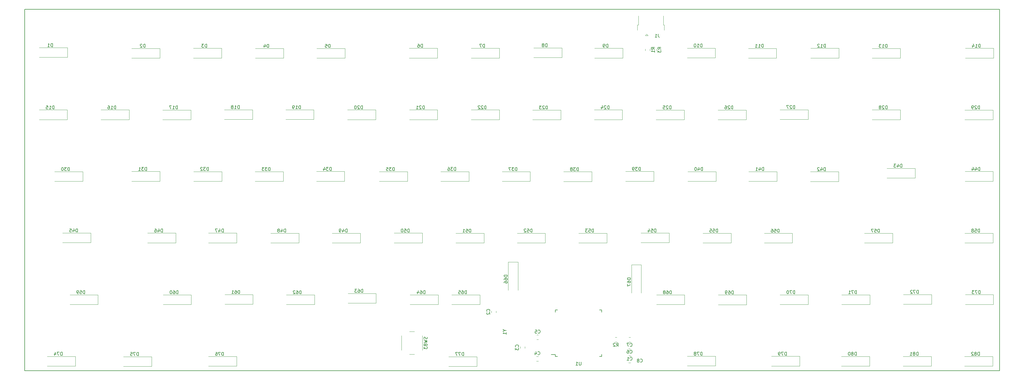
<source format=gbr>
%TF.GenerationSoftware,KiCad,Pcbnew,5.0.1*%
%TF.CreationDate,2019-04-01T22:15:05+02:00*%
%TF.ProjectId,sofaboard,736F6661626F6172642E6B696361645F,rev?*%
%TF.SameCoordinates,Original*%
%TF.FileFunction,Legend,Bot*%
%TF.FilePolarity,Positive*%
%FSLAX46Y46*%
G04 Gerber Fmt 4.6, Leading zero omitted, Abs format (unit mm)*
G04 Created by KiCad (PCBNEW 5.0.1) date Mon 01 Apr 2019 22:15:05 CEST*
%MOMM*%
%LPD*%
G01*
G04 APERTURE LIST*
%ADD10C,0.150000*%
%ADD11C,0.120000*%
G04 APERTURE END LIST*
D10*
X7620000Y11430000D02*
X7620000Y123190000D01*
X308610000Y11430000D02*
X7620000Y11430000D01*
X308610000Y123190000D02*
X308610000Y11430000D01*
X7620000Y123190000D02*
X308610000Y123190000D01*
D11*
X58910000Y89060000D02*
X50210000Y89060000D01*
X58910000Y92060000D02*
X58910000Y89060000D01*
X50210000Y92060000D02*
X58910000Y92060000D01*
X59060000Y31910000D02*
X50360000Y31910000D01*
X59060000Y34910000D02*
X59060000Y31910000D01*
X50360000Y34910000D02*
X59060000Y34910000D01*
X73090000Y12840000D02*
X64390000Y12840000D01*
X73090000Y15840000D02*
X73090000Y12840000D01*
X64390000Y15840000D02*
X73090000Y15840000D01*
X144810000Y70020000D02*
X136110000Y70020000D01*
X144810000Y73020000D02*
X144810000Y70020000D01*
X136110000Y73020000D02*
X144810000Y73020000D01*
X154170000Y89100000D02*
X145470000Y89100000D01*
X154170000Y92100000D02*
X154170000Y89100000D01*
X145470000Y92100000D02*
X154170000Y92100000D01*
X116120000Y32330000D02*
X107420000Y32330000D01*
X116120000Y35330000D02*
X116120000Y32330000D01*
X107420000Y35330000D02*
X116120000Y35330000D01*
X49380000Y108120000D02*
X40680000Y108120000D01*
X49380000Y111120000D02*
X49380000Y108120000D01*
X40680000Y111120000D02*
X49380000Y111120000D01*
X230500000Y31870000D02*
X221800000Y31870000D01*
X230500000Y34870000D02*
X230500000Y31870000D01*
X221800000Y34870000D02*
X230500000Y34870000D01*
X126440000Y23520000D02*
X127940000Y23520000D01*
X130440000Y22270000D02*
X130440000Y17770000D01*
X127940000Y16520000D02*
X126440000Y16520000D01*
X123940000Y17770000D02*
X123940000Y22270000D01*
X201840000Y70060000D02*
X193140000Y70060000D01*
X201840000Y73060000D02*
X201840000Y70060000D01*
X193140000Y73060000D02*
X201840000Y73060000D01*
X130420000Y51000000D02*
X121720000Y51000000D01*
X130420000Y54000000D02*
X130420000Y51000000D01*
X121720000Y54000000D02*
X130420000Y54000000D01*
X68480000Y70010000D02*
X59780000Y70010000D01*
X68480000Y73010000D02*
X68480000Y70010000D01*
X59780000Y73010000D02*
X68480000Y73010000D01*
X306560000Y50970000D02*
X297860000Y50970000D01*
X306560000Y53970000D02*
X306560000Y50970000D01*
X297860000Y53970000D02*
X306560000Y53970000D01*
X287630000Y32010000D02*
X278930000Y32010000D01*
X287630000Y35010000D02*
X287630000Y32010000D01*
X278930000Y35010000D02*
X287630000Y35010000D01*
X148150000Y31910000D02*
X139450000Y31910000D01*
X148150000Y34910000D02*
X148150000Y31910000D01*
X139450000Y34910000D02*
X148150000Y34910000D01*
X192160000Y89110000D02*
X183460000Y89110000D01*
X192160000Y92110000D02*
X192160000Y89110000D01*
X183460000Y92110000D02*
X192160000Y92110000D01*
X225700000Y50960000D02*
X217000000Y50960000D01*
X225700000Y53960000D02*
X225700000Y50960000D01*
X217000000Y53960000D02*
X225700000Y53960000D01*
X258930000Y69980000D02*
X250230000Y69980000D01*
X258930000Y72980000D02*
X258930000Y69980000D01*
X250230000Y72980000D02*
X258930000Y72980000D01*
X249490000Y89140000D02*
X240790000Y89140000D01*
X249490000Y92140000D02*
X249490000Y89140000D01*
X240790000Y92140000D02*
X249490000Y92140000D01*
X39870000Y89090000D02*
X31170000Y89090000D01*
X39870000Y92090000D02*
X39870000Y89090000D01*
X31170000Y92090000D02*
X39870000Y92090000D01*
X194098748Y19630000D02*
X194621252Y19630000D01*
X194098748Y18210000D02*
X194621252Y18210000D01*
X73080000Y51010000D02*
X64380000Y51010000D01*
X73080000Y54010000D02*
X73080000Y51010000D01*
X64380000Y54010000D02*
X73080000Y54010000D01*
X287540000Y12870000D02*
X278840000Y12870000D01*
X287540000Y15870000D02*
X287540000Y12870000D01*
X278840000Y15870000D02*
X287540000Y15870000D01*
X87490000Y69990000D02*
X78790000Y69990000D01*
X87490000Y72990000D02*
X87490000Y69990000D01*
X78790000Y72990000D02*
X87490000Y72990000D01*
X23290000Y12860000D02*
X14590000Y12860000D01*
X23290000Y15860000D02*
X23290000Y12860000D01*
X14590000Y15860000D02*
X23290000Y15860000D01*
X135320000Y31920000D02*
X126620000Y31920000D01*
X135320000Y34920000D02*
X135320000Y31920000D01*
X126620000Y34920000D02*
X135320000Y34920000D01*
X277990000Y89090000D02*
X269290000Y89090000D01*
X277990000Y92090000D02*
X277990000Y89090000D01*
X269290000Y92090000D02*
X277990000Y92090000D01*
X306560000Y89080000D02*
X297860000Y89080000D01*
X306560000Y92080000D02*
X306560000Y89080000D01*
X297860000Y92080000D02*
X306560000Y92080000D01*
X168370000Y50980000D02*
X159670000Y50980000D01*
X168370000Y53980000D02*
X168370000Y50980000D01*
X159670000Y53980000D02*
X168370000Y53980000D01*
X173120000Y89050000D02*
X164420000Y89050000D01*
X173120000Y92050000D02*
X173120000Y89050000D01*
X164420000Y92050000D02*
X173120000Y92050000D01*
X194118748Y17490000D02*
X194641252Y17490000D01*
X194118748Y16070000D02*
X194641252Y16070000D01*
X87550000Y108100000D02*
X78850000Y108100000D01*
X87550000Y111100000D02*
X87550000Y108100000D01*
X78850000Y111100000D02*
X87550000Y111100000D01*
X201280000Y110428748D02*
X201280000Y110951252D01*
X202700000Y110428748D02*
X202700000Y110951252D01*
X111280000Y50970000D02*
X102580000Y50970000D01*
X111280000Y53970000D02*
X111280000Y50970000D01*
X102580000Y53970000D02*
X111280000Y53970000D01*
X25560000Y69990000D02*
X16860000Y69990000D01*
X25560000Y72990000D02*
X25560000Y69990000D01*
X16860000Y72990000D02*
X25560000Y72990000D01*
X268490000Y12880000D02*
X259790000Y12880000D01*
X268490000Y15880000D02*
X268490000Y12880000D01*
X259790000Y15880000D02*
X268490000Y15880000D01*
X173460000Y108290000D02*
X164760000Y108290000D01*
X173460000Y111290000D02*
X173460000Y108290000D01*
X164760000Y111290000D02*
X173460000Y111290000D01*
X220850000Y108200000D02*
X212150000Y108200000D01*
X220850000Y111200000D02*
X220850000Y108200000D01*
X212150000Y111200000D02*
X220850000Y111200000D01*
X230370000Y89080000D02*
X221670000Y89080000D01*
X230370000Y92080000D02*
X230370000Y89080000D01*
X221670000Y92080000D02*
X230370000Y92080000D01*
X46840000Y12790000D02*
X38140000Y12790000D01*
X46840000Y15790000D02*
X46840000Y12790000D01*
X38140000Y15790000D02*
X46840000Y15790000D01*
X77990000Y89150000D02*
X69290000Y89150000D01*
X77990000Y92150000D02*
X77990000Y89150000D01*
X69290000Y92150000D02*
X77990000Y92150000D01*
X49370000Y70050000D02*
X40670000Y70050000D01*
X49370000Y73050000D02*
X49370000Y70050000D01*
X40670000Y73050000D02*
X49370000Y73050000D01*
X239740000Y108120000D02*
X231040000Y108120000D01*
X239740000Y111120000D02*
X239740000Y108120000D01*
X231040000Y111120000D02*
X239740000Y111120000D01*
X78120000Y31980000D02*
X69420000Y31980000D01*
X78120000Y34980000D02*
X78120000Y31980000D01*
X69420000Y34980000D02*
X78120000Y34980000D01*
X97090000Y31900000D02*
X88390000Y31900000D01*
X97090000Y34900000D02*
X97090000Y31900000D01*
X88390000Y34900000D02*
X97090000Y34900000D01*
X277980000Y108100000D02*
X269280000Y108100000D01*
X277980000Y111100000D02*
X277980000Y108100000D01*
X269280000Y111100000D02*
X277980000Y111100000D01*
X258980000Y108150000D02*
X250280000Y108150000D01*
X258980000Y111150000D02*
X258980000Y108150000D01*
X250280000Y111150000D02*
X258980000Y111150000D01*
X20810000Y108340000D02*
X12110000Y108340000D01*
X20810000Y111340000D02*
X20810000Y108340000D01*
X12110000Y111340000D02*
X20810000Y111340000D01*
X194123748Y21760000D02*
X194646252Y21760000D01*
X194123748Y20340000D02*
X194646252Y20340000D01*
X199270000Y110413748D02*
X199270000Y110936252D01*
X200690000Y110413748D02*
X200690000Y110936252D01*
X268550000Y31930000D02*
X259850000Y31930000D01*
X268550000Y34930000D02*
X268550000Y31930000D01*
X259850000Y34930000D02*
X268550000Y34930000D01*
X135090000Y89090000D02*
X126390000Y89090000D01*
X135090000Y92090000D02*
X135090000Y89090000D01*
X126390000Y92090000D02*
X135090000Y92090000D01*
X182700000Y69960000D02*
X174000000Y69960000D01*
X182700000Y72960000D02*
X182700000Y69960000D01*
X174000000Y72960000D02*
X182700000Y72960000D01*
X163700000Y70000000D02*
X155000000Y70000000D01*
X163700000Y73000000D02*
X163700000Y70000000D01*
X155000000Y73000000D02*
X163700000Y73000000D01*
X30280000Y31930000D02*
X21580000Y31930000D01*
X30280000Y34930000D02*
X30280000Y31930000D01*
X21580000Y34930000D02*
X30280000Y34930000D01*
X194103748Y15300000D02*
X194626252Y15300000D01*
X194103748Y13880000D02*
X194626252Y13880000D01*
X306710000Y31960000D02*
X298010000Y31960000D01*
X306710000Y34960000D02*
X306710000Y31960000D01*
X298010000Y34960000D02*
X306710000Y34960000D01*
D10*
X171455000Y16430000D02*
X170180000Y16430000D01*
X185805000Y15855000D02*
X185130000Y15855000D01*
X185805000Y30205000D02*
X185130000Y30205000D01*
X171455000Y30205000D02*
X172130000Y30205000D01*
X171455000Y15855000D02*
X172130000Y15855000D01*
X171455000Y30205000D02*
X171455000Y29530000D01*
X185805000Y30205000D02*
X185805000Y29530000D01*
X185805000Y15855000D02*
X185805000Y16530000D01*
X171455000Y15855000D02*
X171455000Y16430000D01*
D11*
X106510000Y108100000D02*
X97810000Y108100000D01*
X106510000Y111100000D02*
X106510000Y108100000D01*
X97810000Y111100000D02*
X106510000Y111100000D01*
X162050000Y18906252D02*
X162050000Y18383748D01*
X160630000Y18906252D02*
X160630000Y18383748D01*
X135030000Y108150000D02*
X126330000Y108150000D01*
X135030000Y111150000D02*
X135030000Y108150000D01*
X126330000Y111150000D02*
X135030000Y111150000D01*
X116010000Y89100000D02*
X107310000Y89100000D01*
X116010000Y92100000D02*
X116010000Y89100000D01*
X107310000Y92100000D02*
X116010000Y92100000D01*
X92290000Y50980000D02*
X83590000Y50980000D01*
X92290000Y53980000D02*
X92290000Y50980000D01*
X83590000Y53980000D02*
X92290000Y53980000D01*
X149470000Y50950000D02*
X140770000Y50950000D01*
X149470000Y53950000D02*
X149470000Y50950000D01*
X140770000Y53950000D02*
X149470000Y53950000D01*
X211280000Y89070000D02*
X202580000Y89070000D01*
X211280000Y92070000D02*
X211280000Y89070000D01*
X202580000Y92070000D02*
X211280000Y92070000D01*
X192270000Y108150000D02*
X183570000Y108150000D01*
X192270000Y111150000D02*
X192270000Y108150000D01*
X183570000Y111150000D02*
X192270000Y111150000D01*
X275610000Y50940000D02*
X266910000Y50940000D01*
X275610000Y53940000D02*
X275610000Y50940000D01*
X266910000Y53940000D02*
X275610000Y53940000D01*
X220890000Y12920000D02*
X212190000Y12920000D01*
X220890000Y15920000D02*
X220890000Y12920000D01*
X212190000Y15920000D02*
X220890000Y15920000D01*
X154200000Y108140000D02*
X145500000Y108140000D01*
X154200000Y111140000D02*
X154200000Y108140000D01*
X145500000Y111140000D02*
X154200000Y111140000D01*
X306500000Y12860000D02*
X297800000Y12860000D01*
X306500000Y15860000D02*
X306500000Y12860000D01*
X297800000Y15860000D02*
X306500000Y15860000D01*
X206620000Y51020000D02*
X197920000Y51020000D01*
X206620000Y54020000D02*
X206620000Y51020000D01*
X197920000Y54020000D02*
X206620000Y54020000D01*
X106380000Y70060000D02*
X97680000Y70060000D01*
X106380000Y73060000D02*
X106380000Y70060000D01*
X97680000Y73060000D02*
X106380000Y73060000D01*
X28060000Y51030000D02*
X19360000Y51030000D01*
X28060000Y54030000D02*
X28060000Y51030000D01*
X19360000Y54030000D02*
X28060000Y54030000D01*
X147270000Y12790000D02*
X138570000Y12790000D01*
X147270000Y15790000D02*
X147270000Y12790000D01*
X138570000Y15790000D02*
X147270000Y15790000D01*
X246900000Y12900000D02*
X238200000Y12900000D01*
X246900000Y15900000D02*
X246900000Y12900000D01*
X238200000Y15900000D02*
X246900000Y15900000D01*
X187360000Y50960000D02*
X178660000Y50960000D01*
X187360000Y53960000D02*
X187360000Y50960000D01*
X178660000Y53960000D02*
X187360000Y53960000D01*
X166251252Y21120000D02*
X165728748Y21120000D01*
X166251252Y22540000D02*
X165728748Y22540000D01*
X68420000Y108150000D02*
X59720000Y108150000D01*
X68420000Y111150000D02*
X68420000Y108150000D01*
X59720000Y111150000D02*
X68420000Y111150000D01*
X189893748Y21760000D02*
X190416252Y21760000D01*
X189893748Y20340000D02*
X190416252Y20340000D01*
X282560000Y71030000D02*
X273860000Y71030000D01*
X282560000Y74030000D02*
X282560000Y71030000D01*
X273860000Y74030000D02*
X282560000Y74030000D01*
X244650000Y50940000D02*
X235950000Y50940000D01*
X244650000Y53940000D02*
X244650000Y50940000D01*
X235950000Y53940000D02*
X244650000Y53940000D01*
X125840000Y69990000D02*
X117140000Y69990000D01*
X125840000Y72990000D02*
X125840000Y69990000D01*
X117140000Y72990000D02*
X125840000Y72990000D01*
X239890000Y70020000D02*
X231190000Y70020000D01*
X239890000Y73020000D02*
X239890000Y70020000D01*
X231190000Y73020000D02*
X239890000Y73020000D01*
X211370000Y31890000D02*
X202670000Y31890000D01*
X211370000Y34890000D02*
X211370000Y31890000D01*
X202670000Y34890000D02*
X211370000Y34890000D01*
X198000000Y44200000D02*
X198000000Y35500000D01*
X195000000Y44200000D02*
X198000000Y44200000D01*
X195000000Y35500000D02*
X195000000Y44200000D01*
X20800000Y89100000D02*
X12100000Y89100000D01*
X20800000Y92100000D02*
X20800000Y89100000D01*
X12100000Y92100000D02*
X20800000Y92100000D01*
X221040000Y70010000D02*
X212340000Y70010000D01*
X221040000Y73010000D02*
X221040000Y70010000D01*
X212340000Y73010000D02*
X221040000Y73010000D01*
X153170000Y29896252D02*
X153170000Y29373748D01*
X151750000Y29896252D02*
X151750000Y29373748D01*
X249490000Y31930000D02*
X240790000Y31930000D01*
X249490000Y34930000D02*
X249490000Y31930000D01*
X240790000Y34930000D02*
X249490000Y34930000D01*
X199670000Y115540000D02*
X199270000Y115090000D01*
X199270000Y115090000D02*
X200070000Y115090000D01*
X200070000Y115090000D02*
X199670000Y115540000D01*
X204820000Y121140000D02*
X204820000Y118340000D01*
X204820000Y118340000D02*
X205120000Y118340000D01*
X205120000Y118340000D02*
X205120000Y116790000D01*
X197120000Y121140000D02*
X197120000Y118340000D01*
X196820000Y118340000D02*
X197120000Y118340000D01*
X196820000Y118340000D02*
X196820000Y116790000D01*
X96900000Y89130000D02*
X88200000Y89130000D01*
X96900000Y92130000D02*
X96900000Y89130000D01*
X88200000Y92130000D02*
X96900000Y92130000D01*
X306620000Y70040000D02*
X297920000Y70040000D01*
X306620000Y73040000D02*
X306620000Y70040000D01*
X297920000Y73040000D02*
X306620000Y73040000D01*
X159940000Y45050000D02*
X159940000Y36350000D01*
X156940000Y45050000D02*
X159940000Y45050000D01*
X156940000Y36350000D02*
X156940000Y45050000D01*
X306740000Y108160000D02*
X298040000Y108160000D01*
X306740000Y111160000D02*
X306740000Y108160000D01*
X298040000Y111160000D02*
X306740000Y111160000D01*
X166176252Y14440000D02*
X165653748Y14440000D01*
X166176252Y15860000D02*
X165653748Y15860000D01*
X54290000Y51010000D02*
X45590000Y51010000D01*
X54290000Y54010000D02*
X54290000Y51010000D01*
X45590000Y54010000D02*
X54290000Y54010000D01*
D10*
X155826190Y23866190D02*
X156302380Y23866190D01*
X155302380Y24199523D02*
X155826190Y23866190D01*
X155302380Y23532857D01*
X156302380Y22675714D02*
X156302380Y23247142D01*
X156302380Y22961428D02*
X155302380Y22961428D01*
X155445238Y23056666D01*
X155540476Y23151904D01*
X155588095Y23247142D01*
X54824285Y92357619D02*
X54824285Y93357619D01*
X54586190Y93357619D01*
X54443333Y93310000D01*
X54348095Y93214761D01*
X54300476Y93119523D01*
X54252857Y92929047D01*
X54252857Y92786190D01*
X54300476Y92595714D01*
X54348095Y92500476D01*
X54443333Y92405238D01*
X54586190Y92357619D01*
X54824285Y92357619D01*
X53300476Y92357619D02*
X53871904Y92357619D01*
X53586190Y92357619D02*
X53586190Y93357619D01*
X53681428Y93214761D01*
X53776666Y93119523D01*
X53871904Y93071904D01*
X52967142Y93357619D02*
X52300476Y93357619D01*
X52729047Y92357619D01*
X54974285Y35207619D02*
X54974285Y36207619D01*
X54736190Y36207619D01*
X54593333Y36160000D01*
X54498095Y36064761D01*
X54450476Y35969523D01*
X54402857Y35779047D01*
X54402857Y35636190D01*
X54450476Y35445714D01*
X54498095Y35350476D01*
X54593333Y35255238D01*
X54736190Y35207619D01*
X54974285Y35207619D01*
X53545714Y36207619D02*
X53736190Y36207619D01*
X53831428Y36160000D01*
X53879047Y36112380D01*
X53974285Y35969523D01*
X54021904Y35779047D01*
X54021904Y35398095D01*
X53974285Y35302857D01*
X53926666Y35255238D01*
X53831428Y35207619D01*
X53640952Y35207619D01*
X53545714Y35255238D01*
X53498095Y35302857D01*
X53450476Y35398095D01*
X53450476Y35636190D01*
X53498095Y35731428D01*
X53545714Y35779047D01*
X53640952Y35826666D01*
X53831428Y35826666D01*
X53926666Y35779047D01*
X53974285Y35731428D01*
X54021904Y35636190D01*
X52831428Y36207619D02*
X52736190Y36207619D01*
X52640952Y36160000D01*
X52593333Y36112380D01*
X52545714Y36017142D01*
X52498095Y35826666D01*
X52498095Y35588571D01*
X52545714Y35398095D01*
X52593333Y35302857D01*
X52640952Y35255238D01*
X52736190Y35207619D01*
X52831428Y35207619D01*
X52926666Y35255238D01*
X52974285Y35302857D01*
X53021904Y35398095D01*
X53069523Y35588571D01*
X53069523Y35826666D01*
X53021904Y36017142D01*
X52974285Y36112380D01*
X52926666Y36160000D01*
X52831428Y36207619D01*
X69004285Y16137619D02*
X69004285Y17137619D01*
X68766190Y17137619D01*
X68623333Y17090000D01*
X68528095Y16994761D01*
X68480476Y16899523D01*
X68432857Y16709047D01*
X68432857Y16566190D01*
X68480476Y16375714D01*
X68528095Y16280476D01*
X68623333Y16185238D01*
X68766190Y16137619D01*
X69004285Y16137619D01*
X68099523Y17137619D02*
X67432857Y17137619D01*
X67861428Y16137619D01*
X66623333Y17137619D02*
X66813809Y17137619D01*
X66909047Y17090000D01*
X66956666Y17042380D01*
X67051904Y16899523D01*
X67099523Y16709047D01*
X67099523Y16328095D01*
X67051904Y16232857D01*
X67004285Y16185238D01*
X66909047Y16137619D01*
X66718571Y16137619D01*
X66623333Y16185238D01*
X66575714Y16232857D01*
X66528095Y16328095D01*
X66528095Y16566190D01*
X66575714Y16661428D01*
X66623333Y16709047D01*
X66718571Y16756666D01*
X66909047Y16756666D01*
X67004285Y16709047D01*
X67051904Y16661428D01*
X67099523Y16566190D01*
X140724285Y73317619D02*
X140724285Y74317619D01*
X140486190Y74317619D01*
X140343333Y74270000D01*
X140248095Y74174761D01*
X140200476Y74079523D01*
X140152857Y73889047D01*
X140152857Y73746190D01*
X140200476Y73555714D01*
X140248095Y73460476D01*
X140343333Y73365238D01*
X140486190Y73317619D01*
X140724285Y73317619D01*
X139819523Y74317619D02*
X139200476Y74317619D01*
X139533809Y73936666D01*
X139390952Y73936666D01*
X139295714Y73889047D01*
X139248095Y73841428D01*
X139200476Y73746190D01*
X139200476Y73508095D01*
X139248095Y73412857D01*
X139295714Y73365238D01*
X139390952Y73317619D01*
X139676666Y73317619D01*
X139771904Y73365238D01*
X139819523Y73412857D01*
X138343333Y74317619D02*
X138533809Y74317619D01*
X138629047Y74270000D01*
X138676666Y74222380D01*
X138771904Y74079523D01*
X138819523Y73889047D01*
X138819523Y73508095D01*
X138771904Y73412857D01*
X138724285Y73365238D01*
X138629047Y73317619D01*
X138438571Y73317619D01*
X138343333Y73365238D01*
X138295714Y73412857D01*
X138248095Y73508095D01*
X138248095Y73746190D01*
X138295714Y73841428D01*
X138343333Y73889047D01*
X138438571Y73936666D01*
X138629047Y73936666D01*
X138724285Y73889047D01*
X138771904Y73841428D01*
X138819523Y73746190D01*
X150084285Y92397619D02*
X150084285Y93397619D01*
X149846190Y93397619D01*
X149703333Y93350000D01*
X149608095Y93254761D01*
X149560476Y93159523D01*
X149512857Y92969047D01*
X149512857Y92826190D01*
X149560476Y92635714D01*
X149608095Y92540476D01*
X149703333Y92445238D01*
X149846190Y92397619D01*
X150084285Y92397619D01*
X149131904Y93302380D02*
X149084285Y93350000D01*
X148989047Y93397619D01*
X148750952Y93397619D01*
X148655714Y93350000D01*
X148608095Y93302380D01*
X148560476Y93207142D01*
X148560476Y93111904D01*
X148608095Y92969047D01*
X149179523Y92397619D01*
X148560476Y92397619D01*
X148179523Y93302380D02*
X148131904Y93350000D01*
X148036666Y93397619D01*
X147798571Y93397619D01*
X147703333Y93350000D01*
X147655714Y93302380D01*
X147608095Y93207142D01*
X147608095Y93111904D01*
X147655714Y92969047D01*
X148227142Y92397619D01*
X147608095Y92397619D01*
X112034285Y35627619D02*
X112034285Y36627619D01*
X111796190Y36627619D01*
X111653333Y36580000D01*
X111558095Y36484761D01*
X111510476Y36389523D01*
X111462857Y36199047D01*
X111462857Y36056190D01*
X111510476Y35865714D01*
X111558095Y35770476D01*
X111653333Y35675238D01*
X111796190Y35627619D01*
X112034285Y35627619D01*
X110605714Y36627619D02*
X110796190Y36627619D01*
X110891428Y36580000D01*
X110939047Y36532380D01*
X111034285Y36389523D01*
X111081904Y36199047D01*
X111081904Y35818095D01*
X111034285Y35722857D01*
X110986666Y35675238D01*
X110891428Y35627619D01*
X110700952Y35627619D01*
X110605714Y35675238D01*
X110558095Y35722857D01*
X110510476Y35818095D01*
X110510476Y36056190D01*
X110558095Y36151428D01*
X110605714Y36199047D01*
X110700952Y36246666D01*
X110891428Y36246666D01*
X110986666Y36199047D01*
X111034285Y36151428D01*
X111081904Y36056190D01*
X110177142Y36627619D02*
X109558095Y36627619D01*
X109891428Y36246666D01*
X109748571Y36246666D01*
X109653333Y36199047D01*
X109605714Y36151428D01*
X109558095Y36056190D01*
X109558095Y35818095D01*
X109605714Y35722857D01*
X109653333Y35675238D01*
X109748571Y35627619D01*
X110034285Y35627619D01*
X110129523Y35675238D01*
X110177142Y35722857D01*
X44818095Y111417619D02*
X44818095Y112417619D01*
X44580000Y112417619D01*
X44437142Y112370000D01*
X44341904Y112274761D01*
X44294285Y112179523D01*
X44246666Y111989047D01*
X44246666Y111846190D01*
X44294285Y111655714D01*
X44341904Y111560476D01*
X44437142Y111465238D01*
X44580000Y111417619D01*
X44818095Y111417619D01*
X43865714Y112322380D02*
X43818095Y112370000D01*
X43722857Y112417619D01*
X43484761Y112417619D01*
X43389523Y112370000D01*
X43341904Y112322380D01*
X43294285Y112227142D01*
X43294285Y112131904D01*
X43341904Y111989047D01*
X43913333Y111417619D01*
X43294285Y111417619D01*
X226414285Y35167619D02*
X226414285Y36167619D01*
X226176190Y36167619D01*
X226033333Y36120000D01*
X225938095Y36024761D01*
X225890476Y35929523D01*
X225842857Y35739047D01*
X225842857Y35596190D01*
X225890476Y35405714D01*
X225938095Y35310476D01*
X226033333Y35215238D01*
X226176190Y35167619D01*
X226414285Y35167619D01*
X224985714Y36167619D02*
X225176190Y36167619D01*
X225271428Y36120000D01*
X225319047Y36072380D01*
X225414285Y35929523D01*
X225461904Y35739047D01*
X225461904Y35358095D01*
X225414285Y35262857D01*
X225366666Y35215238D01*
X225271428Y35167619D01*
X225080952Y35167619D01*
X224985714Y35215238D01*
X224938095Y35262857D01*
X224890476Y35358095D01*
X224890476Y35596190D01*
X224938095Y35691428D01*
X224985714Y35739047D01*
X225080952Y35786666D01*
X225271428Y35786666D01*
X225366666Y35739047D01*
X225414285Y35691428D01*
X225461904Y35596190D01*
X224414285Y35167619D02*
X224223809Y35167619D01*
X224128571Y35215238D01*
X224080952Y35262857D01*
X223985714Y35405714D01*
X223938095Y35596190D01*
X223938095Y35977142D01*
X223985714Y36072380D01*
X224033333Y36120000D01*
X224128571Y36167619D01*
X224319047Y36167619D01*
X224414285Y36120000D01*
X224461904Y36072380D01*
X224509523Y35977142D01*
X224509523Y35739047D01*
X224461904Y35643809D01*
X224414285Y35596190D01*
X224319047Y35548571D01*
X224128571Y35548571D01*
X224033333Y35596190D01*
X223985714Y35643809D01*
X223938095Y35739047D01*
X131844761Y21829523D02*
X131892380Y21686666D01*
X131892380Y21448571D01*
X131844761Y21353333D01*
X131797142Y21305714D01*
X131701904Y21258095D01*
X131606666Y21258095D01*
X131511428Y21305714D01*
X131463809Y21353333D01*
X131416190Y21448571D01*
X131368571Y21639047D01*
X131320952Y21734285D01*
X131273333Y21781904D01*
X131178095Y21829523D01*
X131082857Y21829523D01*
X130987619Y21781904D01*
X130940000Y21734285D01*
X130892380Y21639047D01*
X130892380Y21400952D01*
X130940000Y21258095D01*
X130892380Y20924761D02*
X131892380Y20686666D01*
X131178095Y20496190D01*
X131892380Y20305714D01*
X130892380Y20067619D01*
X131320952Y19543809D02*
X131273333Y19639047D01*
X131225714Y19686666D01*
X131130476Y19734285D01*
X131082857Y19734285D01*
X130987619Y19686666D01*
X130940000Y19639047D01*
X130892380Y19543809D01*
X130892380Y19353333D01*
X130940000Y19258095D01*
X130987619Y19210476D01*
X131082857Y19162857D01*
X131130476Y19162857D01*
X131225714Y19210476D01*
X131273333Y19258095D01*
X131320952Y19353333D01*
X131320952Y19543809D01*
X131368571Y19639047D01*
X131416190Y19686666D01*
X131511428Y19734285D01*
X131701904Y19734285D01*
X131797142Y19686666D01*
X131844761Y19639047D01*
X131892380Y19543809D01*
X131892380Y19353333D01*
X131844761Y19258095D01*
X131797142Y19210476D01*
X131701904Y19162857D01*
X131511428Y19162857D01*
X131416190Y19210476D01*
X131368571Y19258095D01*
X131320952Y19353333D01*
X130892380Y18829523D02*
X130892380Y18210476D01*
X131273333Y18543809D01*
X131273333Y18400952D01*
X131320952Y18305714D01*
X131368571Y18258095D01*
X131463809Y18210476D01*
X131701904Y18210476D01*
X131797142Y18258095D01*
X131844761Y18305714D01*
X131892380Y18400952D01*
X131892380Y18686666D01*
X131844761Y18781904D01*
X131797142Y18829523D01*
X197754285Y73357619D02*
X197754285Y74357619D01*
X197516190Y74357619D01*
X197373333Y74310000D01*
X197278095Y74214761D01*
X197230476Y74119523D01*
X197182857Y73929047D01*
X197182857Y73786190D01*
X197230476Y73595714D01*
X197278095Y73500476D01*
X197373333Y73405238D01*
X197516190Y73357619D01*
X197754285Y73357619D01*
X196849523Y74357619D02*
X196230476Y74357619D01*
X196563809Y73976666D01*
X196420952Y73976666D01*
X196325714Y73929047D01*
X196278095Y73881428D01*
X196230476Y73786190D01*
X196230476Y73548095D01*
X196278095Y73452857D01*
X196325714Y73405238D01*
X196420952Y73357619D01*
X196706666Y73357619D01*
X196801904Y73405238D01*
X196849523Y73452857D01*
X195754285Y73357619D02*
X195563809Y73357619D01*
X195468571Y73405238D01*
X195420952Y73452857D01*
X195325714Y73595714D01*
X195278095Y73786190D01*
X195278095Y74167142D01*
X195325714Y74262380D01*
X195373333Y74310000D01*
X195468571Y74357619D01*
X195659047Y74357619D01*
X195754285Y74310000D01*
X195801904Y74262380D01*
X195849523Y74167142D01*
X195849523Y73929047D01*
X195801904Y73833809D01*
X195754285Y73786190D01*
X195659047Y73738571D01*
X195468571Y73738571D01*
X195373333Y73786190D01*
X195325714Y73833809D01*
X195278095Y73929047D01*
X126334285Y54297619D02*
X126334285Y55297619D01*
X126096190Y55297619D01*
X125953333Y55250000D01*
X125858095Y55154761D01*
X125810476Y55059523D01*
X125762857Y54869047D01*
X125762857Y54726190D01*
X125810476Y54535714D01*
X125858095Y54440476D01*
X125953333Y54345238D01*
X126096190Y54297619D01*
X126334285Y54297619D01*
X124858095Y55297619D02*
X125334285Y55297619D01*
X125381904Y54821428D01*
X125334285Y54869047D01*
X125239047Y54916666D01*
X125000952Y54916666D01*
X124905714Y54869047D01*
X124858095Y54821428D01*
X124810476Y54726190D01*
X124810476Y54488095D01*
X124858095Y54392857D01*
X124905714Y54345238D01*
X125000952Y54297619D01*
X125239047Y54297619D01*
X125334285Y54345238D01*
X125381904Y54392857D01*
X124191428Y55297619D02*
X124096190Y55297619D01*
X124000952Y55250000D01*
X123953333Y55202380D01*
X123905714Y55107142D01*
X123858095Y54916666D01*
X123858095Y54678571D01*
X123905714Y54488095D01*
X123953333Y54392857D01*
X124000952Y54345238D01*
X124096190Y54297619D01*
X124191428Y54297619D01*
X124286666Y54345238D01*
X124334285Y54392857D01*
X124381904Y54488095D01*
X124429523Y54678571D01*
X124429523Y54916666D01*
X124381904Y55107142D01*
X124334285Y55202380D01*
X124286666Y55250000D01*
X124191428Y55297619D01*
X64394285Y73307619D02*
X64394285Y74307619D01*
X64156190Y74307619D01*
X64013333Y74260000D01*
X63918095Y74164761D01*
X63870476Y74069523D01*
X63822857Y73879047D01*
X63822857Y73736190D01*
X63870476Y73545714D01*
X63918095Y73450476D01*
X64013333Y73355238D01*
X64156190Y73307619D01*
X64394285Y73307619D01*
X63489523Y74307619D02*
X62870476Y74307619D01*
X63203809Y73926666D01*
X63060952Y73926666D01*
X62965714Y73879047D01*
X62918095Y73831428D01*
X62870476Y73736190D01*
X62870476Y73498095D01*
X62918095Y73402857D01*
X62965714Y73355238D01*
X63060952Y73307619D01*
X63346666Y73307619D01*
X63441904Y73355238D01*
X63489523Y73402857D01*
X62489523Y74212380D02*
X62441904Y74260000D01*
X62346666Y74307619D01*
X62108571Y74307619D01*
X62013333Y74260000D01*
X61965714Y74212380D01*
X61918095Y74117142D01*
X61918095Y74021904D01*
X61965714Y73879047D01*
X62537142Y73307619D01*
X61918095Y73307619D01*
X302474285Y54267619D02*
X302474285Y55267619D01*
X302236190Y55267619D01*
X302093333Y55220000D01*
X301998095Y55124761D01*
X301950476Y55029523D01*
X301902857Y54839047D01*
X301902857Y54696190D01*
X301950476Y54505714D01*
X301998095Y54410476D01*
X302093333Y54315238D01*
X302236190Y54267619D01*
X302474285Y54267619D01*
X300998095Y55267619D02*
X301474285Y55267619D01*
X301521904Y54791428D01*
X301474285Y54839047D01*
X301379047Y54886666D01*
X301140952Y54886666D01*
X301045714Y54839047D01*
X300998095Y54791428D01*
X300950476Y54696190D01*
X300950476Y54458095D01*
X300998095Y54362857D01*
X301045714Y54315238D01*
X301140952Y54267619D01*
X301379047Y54267619D01*
X301474285Y54315238D01*
X301521904Y54362857D01*
X300379047Y54839047D02*
X300474285Y54886666D01*
X300521904Y54934285D01*
X300569523Y55029523D01*
X300569523Y55077142D01*
X300521904Y55172380D01*
X300474285Y55220000D01*
X300379047Y55267619D01*
X300188571Y55267619D01*
X300093333Y55220000D01*
X300045714Y55172380D01*
X299998095Y55077142D01*
X299998095Y55029523D01*
X300045714Y54934285D01*
X300093333Y54886666D01*
X300188571Y54839047D01*
X300379047Y54839047D01*
X300474285Y54791428D01*
X300521904Y54743809D01*
X300569523Y54648571D01*
X300569523Y54458095D01*
X300521904Y54362857D01*
X300474285Y54315238D01*
X300379047Y54267619D01*
X300188571Y54267619D01*
X300093333Y54315238D01*
X300045714Y54362857D01*
X299998095Y54458095D01*
X299998095Y54648571D01*
X300045714Y54743809D01*
X300093333Y54791428D01*
X300188571Y54839047D01*
X283544285Y35307619D02*
X283544285Y36307619D01*
X283306190Y36307619D01*
X283163333Y36260000D01*
X283068095Y36164761D01*
X283020476Y36069523D01*
X282972857Y35879047D01*
X282972857Y35736190D01*
X283020476Y35545714D01*
X283068095Y35450476D01*
X283163333Y35355238D01*
X283306190Y35307619D01*
X283544285Y35307619D01*
X282639523Y36307619D02*
X281972857Y36307619D01*
X282401428Y35307619D01*
X281639523Y36212380D02*
X281591904Y36260000D01*
X281496666Y36307619D01*
X281258571Y36307619D01*
X281163333Y36260000D01*
X281115714Y36212380D01*
X281068095Y36117142D01*
X281068095Y36021904D01*
X281115714Y35879047D01*
X281687142Y35307619D01*
X281068095Y35307619D01*
X144064285Y35207619D02*
X144064285Y36207619D01*
X143826190Y36207619D01*
X143683333Y36160000D01*
X143588095Y36064761D01*
X143540476Y35969523D01*
X143492857Y35779047D01*
X143492857Y35636190D01*
X143540476Y35445714D01*
X143588095Y35350476D01*
X143683333Y35255238D01*
X143826190Y35207619D01*
X144064285Y35207619D01*
X142635714Y36207619D02*
X142826190Y36207619D01*
X142921428Y36160000D01*
X142969047Y36112380D01*
X143064285Y35969523D01*
X143111904Y35779047D01*
X143111904Y35398095D01*
X143064285Y35302857D01*
X143016666Y35255238D01*
X142921428Y35207619D01*
X142730952Y35207619D01*
X142635714Y35255238D01*
X142588095Y35302857D01*
X142540476Y35398095D01*
X142540476Y35636190D01*
X142588095Y35731428D01*
X142635714Y35779047D01*
X142730952Y35826666D01*
X142921428Y35826666D01*
X143016666Y35779047D01*
X143064285Y35731428D01*
X143111904Y35636190D01*
X141635714Y36207619D02*
X142111904Y36207619D01*
X142159523Y35731428D01*
X142111904Y35779047D01*
X142016666Y35826666D01*
X141778571Y35826666D01*
X141683333Y35779047D01*
X141635714Y35731428D01*
X141588095Y35636190D01*
X141588095Y35398095D01*
X141635714Y35302857D01*
X141683333Y35255238D01*
X141778571Y35207619D01*
X142016666Y35207619D01*
X142111904Y35255238D01*
X142159523Y35302857D01*
X188074285Y92407619D02*
X188074285Y93407619D01*
X187836190Y93407619D01*
X187693333Y93360000D01*
X187598095Y93264761D01*
X187550476Y93169523D01*
X187502857Y92979047D01*
X187502857Y92836190D01*
X187550476Y92645714D01*
X187598095Y92550476D01*
X187693333Y92455238D01*
X187836190Y92407619D01*
X188074285Y92407619D01*
X187121904Y93312380D02*
X187074285Y93360000D01*
X186979047Y93407619D01*
X186740952Y93407619D01*
X186645714Y93360000D01*
X186598095Y93312380D01*
X186550476Y93217142D01*
X186550476Y93121904D01*
X186598095Y92979047D01*
X187169523Y92407619D01*
X186550476Y92407619D01*
X185693333Y93074285D02*
X185693333Y92407619D01*
X185931428Y93455238D02*
X186169523Y92740952D01*
X185550476Y92740952D01*
X221614285Y54257619D02*
X221614285Y55257619D01*
X221376190Y55257619D01*
X221233333Y55210000D01*
X221138095Y55114761D01*
X221090476Y55019523D01*
X221042857Y54829047D01*
X221042857Y54686190D01*
X221090476Y54495714D01*
X221138095Y54400476D01*
X221233333Y54305238D01*
X221376190Y54257619D01*
X221614285Y54257619D01*
X220138095Y55257619D02*
X220614285Y55257619D01*
X220661904Y54781428D01*
X220614285Y54829047D01*
X220519047Y54876666D01*
X220280952Y54876666D01*
X220185714Y54829047D01*
X220138095Y54781428D01*
X220090476Y54686190D01*
X220090476Y54448095D01*
X220138095Y54352857D01*
X220185714Y54305238D01*
X220280952Y54257619D01*
X220519047Y54257619D01*
X220614285Y54305238D01*
X220661904Y54352857D01*
X219185714Y55257619D02*
X219661904Y55257619D01*
X219709523Y54781428D01*
X219661904Y54829047D01*
X219566666Y54876666D01*
X219328571Y54876666D01*
X219233333Y54829047D01*
X219185714Y54781428D01*
X219138095Y54686190D01*
X219138095Y54448095D01*
X219185714Y54352857D01*
X219233333Y54305238D01*
X219328571Y54257619D01*
X219566666Y54257619D01*
X219661904Y54305238D01*
X219709523Y54352857D01*
X254844285Y73277619D02*
X254844285Y74277619D01*
X254606190Y74277619D01*
X254463333Y74230000D01*
X254368095Y74134761D01*
X254320476Y74039523D01*
X254272857Y73849047D01*
X254272857Y73706190D01*
X254320476Y73515714D01*
X254368095Y73420476D01*
X254463333Y73325238D01*
X254606190Y73277619D01*
X254844285Y73277619D01*
X253415714Y73944285D02*
X253415714Y73277619D01*
X253653809Y74325238D02*
X253891904Y73610952D01*
X253272857Y73610952D01*
X252939523Y74182380D02*
X252891904Y74230000D01*
X252796666Y74277619D01*
X252558571Y74277619D01*
X252463333Y74230000D01*
X252415714Y74182380D01*
X252368095Y74087142D01*
X252368095Y73991904D01*
X252415714Y73849047D01*
X252987142Y73277619D01*
X252368095Y73277619D01*
X245404285Y92437619D02*
X245404285Y93437619D01*
X245166190Y93437619D01*
X245023333Y93390000D01*
X244928095Y93294761D01*
X244880476Y93199523D01*
X244832857Y93009047D01*
X244832857Y92866190D01*
X244880476Y92675714D01*
X244928095Y92580476D01*
X245023333Y92485238D01*
X245166190Y92437619D01*
X245404285Y92437619D01*
X244451904Y93342380D02*
X244404285Y93390000D01*
X244309047Y93437619D01*
X244070952Y93437619D01*
X243975714Y93390000D01*
X243928095Y93342380D01*
X243880476Y93247142D01*
X243880476Y93151904D01*
X243928095Y93009047D01*
X244499523Y92437619D01*
X243880476Y92437619D01*
X243547142Y93437619D02*
X242880476Y93437619D01*
X243309047Y92437619D01*
X35784285Y92387619D02*
X35784285Y93387619D01*
X35546190Y93387619D01*
X35403333Y93340000D01*
X35308095Y93244761D01*
X35260476Y93149523D01*
X35212857Y92959047D01*
X35212857Y92816190D01*
X35260476Y92625714D01*
X35308095Y92530476D01*
X35403333Y92435238D01*
X35546190Y92387619D01*
X35784285Y92387619D01*
X34260476Y92387619D02*
X34831904Y92387619D01*
X34546190Y92387619D02*
X34546190Y93387619D01*
X34641428Y93244761D01*
X34736666Y93149523D01*
X34831904Y93101904D01*
X33403333Y93387619D02*
X33593809Y93387619D01*
X33689047Y93340000D01*
X33736666Y93292380D01*
X33831904Y93149523D01*
X33879523Y92959047D01*
X33879523Y92578095D01*
X33831904Y92482857D01*
X33784285Y92435238D01*
X33689047Y92387619D01*
X33498571Y92387619D01*
X33403333Y92435238D01*
X33355714Y92482857D01*
X33308095Y92578095D01*
X33308095Y92816190D01*
X33355714Y92911428D01*
X33403333Y92959047D01*
X33498571Y93006666D01*
X33689047Y93006666D01*
X33784285Y92959047D01*
X33831904Y92911428D01*
X33879523Y92816190D01*
X194526666Y16912857D02*
X194574285Y16865238D01*
X194717142Y16817619D01*
X194812380Y16817619D01*
X194955238Y16865238D01*
X195050476Y16960476D01*
X195098095Y17055714D01*
X195145714Y17246190D01*
X195145714Y17389047D01*
X195098095Y17579523D01*
X195050476Y17674761D01*
X194955238Y17770000D01*
X194812380Y17817619D01*
X194717142Y17817619D01*
X194574285Y17770000D01*
X194526666Y17722380D01*
X193669523Y17817619D02*
X193860000Y17817619D01*
X193955238Y17770000D01*
X194002857Y17722380D01*
X194098095Y17579523D01*
X194145714Y17389047D01*
X194145714Y17008095D01*
X194098095Y16912857D01*
X194050476Y16865238D01*
X193955238Y16817619D01*
X193764761Y16817619D01*
X193669523Y16865238D01*
X193621904Y16912857D01*
X193574285Y17008095D01*
X193574285Y17246190D01*
X193621904Y17341428D01*
X193669523Y17389047D01*
X193764761Y17436666D01*
X193955238Y17436666D01*
X194050476Y17389047D01*
X194098095Y17341428D01*
X194145714Y17246190D01*
X68994285Y54307619D02*
X68994285Y55307619D01*
X68756190Y55307619D01*
X68613333Y55260000D01*
X68518095Y55164761D01*
X68470476Y55069523D01*
X68422857Y54879047D01*
X68422857Y54736190D01*
X68470476Y54545714D01*
X68518095Y54450476D01*
X68613333Y54355238D01*
X68756190Y54307619D01*
X68994285Y54307619D01*
X67565714Y54974285D02*
X67565714Y54307619D01*
X67803809Y55355238D02*
X68041904Y54640952D01*
X67422857Y54640952D01*
X67137142Y55307619D02*
X66470476Y55307619D01*
X66899047Y54307619D01*
X283454285Y16167619D02*
X283454285Y17167619D01*
X283216190Y17167619D01*
X283073333Y17120000D01*
X282978095Y17024761D01*
X282930476Y16929523D01*
X282882857Y16739047D01*
X282882857Y16596190D01*
X282930476Y16405714D01*
X282978095Y16310476D01*
X283073333Y16215238D01*
X283216190Y16167619D01*
X283454285Y16167619D01*
X282311428Y16739047D02*
X282406666Y16786666D01*
X282454285Y16834285D01*
X282501904Y16929523D01*
X282501904Y16977142D01*
X282454285Y17072380D01*
X282406666Y17120000D01*
X282311428Y17167619D01*
X282120952Y17167619D01*
X282025714Y17120000D01*
X281978095Y17072380D01*
X281930476Y16977142D01*
X281930476Y16929523D01*
X281978095Y16834285D01*
X282025714Y16786666D01*
X282120952Y16739047D01*
X282311428Y16739047D01*
X282406666Y16691428D01*
X282454285Y16643809D01*
X282501904Y16548571D01*
X282501904Y16358095D01*
X282454285Y16262857D01*
X282406666Y16215238D01*
X282311428Y16167619D01*
X282120952Y16167619D01*
X282025714Y16215238D01*
X281978095Y16262857D01*
X281930476Y16358095D01*
X281930476Y16548571D01*
X281978095Y16643809D01*
X282025714Y16691428D01*
X282120952Y16739047D01*
X280978095Y16167619D02*
X281549523Y16167619D01*
X281263809Y16167619D02*
X281263809Y17167619D01*
X281359047Y17024761D01*
X281454285Y16929523D01*
X281549523Y16881904D01*
X83404285Y73287619D02*
X83404285Y74287619D01*
X83166190Y74287619D01*
X83023333Y74240000D01*
X82928095Y74144761D01*
X82880476Y74049523D01*
X82832857Y73859047D01*
X82832857Y73716190D01*
X82880476Y73525714D01*
X82928095Y73430476D01*
X83023333Y73335238D01*
X83166190Y73287619D01*
X83404285Y73287619D01*
X82499523Y74287619D02*
X81880476Y74287619D01*
X82213809Y73906666D01*
X82070952Y73906666D01*
X81975714Y73859047D01*
X81928095Y73811428D01*
X81880476Y73716190D01*
X81880476Y73478095D01*
X81928095Y73382857D01*
X81975714Y73335238D01*
X82070952Y73287619D01*
X82356666Y73287619D01*
X82451904Y73335238D01*
X82499523Y73382857D01*
X81547142Y74287619D02*
X80928095Y74287619D01*
X81261428Y73906666D01*
X81118571Y73906666D01*
X81023333Y73859047D01*
X80975714Y73811428D01*
X80928095Y73716190D01*
X80928095Y73478095D01*
X80975714Y73382857D01*
X81023333Y73335238D01*
X81118571Y73287619D01*
X81404285Y73287619D01*
X81499523Y73335238D01*
X81547142Y73382857D01*
X19204285Y16157619D02*
X19204285Y17157619D01*
X18966190Y17157619D01*
X18823333Y17110000D01*
X18728095Y17014761D01*
X18680476Y16919523D01*
X18632857Y16729047D01*
X18632857Y16586190D01*
X18680476Y16395714D01*
X18728095Y16300476D01*
X18823333Y16205238D01*
X18966190Y16157619D01*
X19204285Y16157619D01*
X18299523Y17157619D02*
X17632857Y17157619D01*
X18061428Y16157619D01*
X16823333Y16824285D02*
X16823333Y16157619D01*
X17061428Y17205238D02*
X17299523Y16490952D01*
X16680476Y16490952D01*
X131234285Y35217619D02*
X131234285Y36217619D01*
X130996190Y36217619D01*
X130853333Y36170000D01*
X130758095Y36074761D01*
X130710476Y35979523D01*
X130662857Y35789047D01*
X130662857Y35646190D01*
X130710476Y35455714D01*
X130758095Y35360476D01*
X130853333Y35265238D01*
X130996190Y35217619D01*
X131234285Y35217619D01*
X129805714Y36217619D02*
X129996190Y36217619D01*
X130091428Y36170000D01*
X130139047Y36122380D01*
X130234285Y35979523D01*
X130281904Y35789047D01*
X130281904Y35408095D01*
X130234285Y35312857D01*
X130186666Y35265238D01*
X130091428Y35217619D01*
X129900952Y35217619D01*
X129805714Y35265238D01*
X129758095Y35312857D01*
X129710476Y35408095D01*
X129710476Y35646190D01*
X129758095Y35741428D01*
X129805714Y35789047D01*
X129900952Y35836666D01*
X130091428Y35836666D01*
X130186666Y35789047D01*
X130234285Y35741428D01*
X130281904Y35646190D01*
X128853333Y35884285D02*
X128853333Y35217619D01*
X129091428Y36265238D02*
X129329523Y35550952D01*
X128710476Y35550952D01*
X273904285Y92387619D02*
X273904285Y93387619D01*
X273666190Y93387619D01*
X273523333Y93340000D01*
X273428095Y93244761D01*
X273380476Y93149523D01*
X273332857Y92959047D01*
X273332857Y92816190D01*
X273380476Y92625714D01*
X273428095Y92530476D01*
X273523333Y92435238D01*
X273666190Y92387619D01*
X273904285Y92387619D01*
X272951904Y93292380D02*
X272904285Y93340000D01*
X272809047Y93387619D01*
X272570952Y93387619D01*
X272475714Y93340000D01*
X272428095Y93292380D01*
X272380476Y93197142D01*
X272380476Y93101904D01*
X272428095Y92959047D01*
X272999523Y92387619D01*
X272380476Y92387619D01*
X271809047Y92959047D02*
X271904285Y93006666D01*
X271951904Y93054285D01*
X271999523Y93149523D01*
X271999523Y93197142D01*
X271951904Y93292380D01*
X271904285Y93340000D01*
X271809047Y93387619D01*
X271618571Y93387619D01*
X271523333Y93340000D01*
X271475714Y93292380D01*
X271428095Y93197142D01*
X271428095Y93149523D01*
X271475714Y93054285D01*
X271523333Y93006666D01*
X271618571Y92959047D01*
X271809047Y92959047D01*
X271904285Y92911428D01*
X271951904Y92863809D01*
X271999523Y92768571D01*
X271999523Y92578095D01*
X271951904Y92482857D01*
X271904285Y92435238D01*
X271809047Y92387619D01*
X271618571Y92387619D01*
X271523333Y92435238D01*
X271475714Y92482857D01*
X271428095Y92578095D01*
X271428095Y92768571D01*
X271475714Y92863809D01*
X271523333Y92911428D01*
X271618571Y92959047D01*
X302474285Y92377619D02*
X302474285Y93377619D01*
X302236190Y93377619D01*
X302093333Y93330000D01*
X301998095Y93234761D01*
X301950476Y93139523D01*
X301902857Y92949047D01*
X301902857Y92806190D01*
X301950476Y92615714D01*
X301998095Y92520476D01*
X302093333Y92425238D01*
X302236190Y92377619D01*
X302474285Y92377619D01*
X301521904Y93282380D02*
X301474285Y93330000D01*
X301379047Y93377619D01*
X301140952Y93377619D01*
X301045714Y93330000D01*
X300998095Y93282380D01*
X300950476Y93187142D01*
X300950476Y93091904D01*
X300998095Y92949047D01*
X301569523Y92377619D01*
X300950476Y92377619D01*
X300474285Y92377619D02*
X300283809Y92377619D01*
X300188571Y92425238D01*
X300140952Y92472857D01*
X300045714Y92615714D01*
X299998095Y92806190D01*
X299998095Y93187142D01*
X300045714Y93282380D01*
X300093333Y93330000D01*
X300188571Y93377619D01*
X300379047Y93377619D01*
X300474285Y93330000D01*
X300521904Y93282380D01*
X300569523Y93187142D01*
X300569523Y92949047D01*
X300521904Y92853809D01*
X300474285Y92806190D01*
X300379047Y92758571D01*
X300188571Y92758571D01*
X300093333Y92806190D01*
X300045714Y92853809D01*
X299998095Y92949047D01*
X164284285Y54277619D02*
X164284285Y55277619D01*
X164046190Y55277619D01*
X163903333Y55230000D01*
X163808095Y55134761D01*
X163760476Y55039523D01*
X163712857Y54849047D01*
X163712857Y54706190D01*
X163760476Y54515714D01*
X163808095Y54420476D01*
X163903333Y54325238D01*
X164046190Y54277619D01*
X164284285Y54277619D01*
X162808095Y55277619D02*
X163284285Y55277619D01*
X163331904Y54801428D01*
X163284285Y54849047D01*
X163189047Y54896666D01*
X162950952Y54896666D01*
X162855714Y54849047D01*
X162808095Y54801428D01*
X162760476Y54706190D01*
X162760476Y54468095D01*
X162808095Y54372857D01*
X162855714Y54325238D01*
X162950952Y54277619D01*
X163189047Y54277619D01*
X163284285Y54325238D01*
X163331904Y54372857D01*
X162379523Y55182380D02*
X162331904Y55230000D01*
X162236666Y55277619D01*
X161998571Y55277619D01*
X161903333Y55230000D01*
X161855714Y55182380D01*
X161808095Y55087142D01*
X161808095Y54991904D01*
X161855714Y54849047D01*
X162427142Y54277619D01*
X161808095Y54277619D01*
X169034285Y92347619D02*
X169034285Y93347619D01*
X168796190Y93347619D01*
X168653333Y93300000D01*
X168558095Y93204761D01*
X168510476Y93109523D01*
X168462857Y92919047D01*
X168462857Y92776190D01*
X168510476Y92585714D01*
X168558095Y92490476D01*
X168653333Y92395238D01*
X168796190Y92347619D01*
X169034285Y92347619D01*
X168081904Y93252380D02*
X168034285Y93300000D01*
X167939047Y93347619D01*
X167700952Y93347619D01*
X167605714Y93300000D01*
X167558095Y93252380D01*
X167510476Y93157142D01*
X167510476Y93061904D01*
X167558095Y92919047D01*
X168129523Y92347619D01*
X167510476Y92347619D01*
X167177142Y93347619D02*
X166558095Y93347619D01*
X166891428Y92966666D01*
X166748571Y92966666D01*
X166653333Y92919047D01*
X166605714Y92871428D01*
X166558095Y92776190D01*
X166558095Y92538095D01*
X166605714Y92442857D01*
X166653333Y92395238D01*
X166748571Y92347619D01*
X167034285Y92347619D01*
X167129523Y92395238D01*
X167177142Y92442857D01*
X194546666Y14772857D02*
X194594285Y14725238D01*
X194737142Y14677619D01*
X194832380Y14677619D01*
X194975238Y14725238D01*
X195070476Y14820476D01*
X195118095Y14915714D01*
X195165714Y15106190D01*
X195165714Y15249047D01*
X195118095Y15439523D01*
X195070476Y15534761D01*
X194975238Y15630000D01*
X194832380Y15677619D01*
X194737142Y15677619D01*
X194594285Y15630000D01*
X194546666Y15582380D01*
X193594285Y14677619D02*
X194165714Y14677619D01*
X193880000Y14677619D02*
X193880000Y15677619D01*
X193975238Y15534761D01*
X194070476Y15439523D01*
X194165714Y15391904D01*
X82988095Y111397619D02*
X82988095Y112397619D01*
X82750000Y112397619D01*
X82607142Y112350000D01*
X82511904Y112254761D01*
X82464285Y112159523D01*
X82416666Y111969047D01*
X82416666Y111826190D01*
X82464285Y111635714D01*
X82511904Y111540476D01*
X82607142Y111445238D01*
X82750000Y111397619D01*
X82988095Y111397619D01*
X81559523Y112064285D02*
X81559523Y111397619D01*
X81797619Y112445238D02*
X82035714Y111730952D01*
X81416666Y111730952D01*
X204092380Y110856666D02*
X203616190Y111190000D01*
X204092380Y111428095D02*
X203092380Y111428095D01*
X203092380Y111047142D01*
X203140000Y110951904D01*
X203187619Y110904285D01*
X203282857Y110856666D01*
X203425714Y110856666D01*
X203520952Y110904285D01*
X203568571Y110951904D01*
X203616190Y111047142D01*
X203616190Y111428095D01*
X203092380Y110523333D02*
X203092380Y109904285D01*
X203473333Y110237619D01*
X203473333Y110094761D01*
X203520952Y109999523D01*
X203568571Y109951904D01*
X203663809Y109904285D01*
X203901904Y109904285D01*
X203997142Y109951904D01*
X204044761Y109999523D01*
X204092380Y110094761D01*
X204092380Y110380476D01*
X204044761Y110475714D01*
X203997142Y110523333D01*
X107194285Y54267619D02*
X107194285Y55267619D01*
X106956190Y55267619D01*
X106813333Y55220000D01*
X106718095Y55124761D01*
X106670476Y55029523D01*
X106622857Y54839047D01*
X106622857Y54696190D01*
X106670476Y54505714D01*
X106718095Y54410476D01*
X106813333Y54315238D01*
X106956190Y54267619D01*
X107194285Y54267619D01*
X105765714Y54934285D02*
X105765714Y54267619D01*
X106003809Y55315238D02*
X106241904Y54600952D01*
X105622857Y54600952D01*
X105194285Y54267619D02*
X105003809Y54267619D01*
X104908571Y54315238D01*
X104860952Y54362857D01*
X104765714Y54505714D01*
X104718095Y54696190D01*
X104718095Y55077142D01*
X104765714Y55172380D01*
X104813333Y55220000D01*
X104908571Y55267619D01*
X105099047Y55267619D01*
X105194285Y55220000D01*
X105241904Y55172380D01*
X105289523Y55077142D01*
X105289523Y54839047D01*
X105241904Y54743809D01*
X105194285Y54696190D01*
X105099047Y54648571D01*
X104908571Y54648571D01*
X104813333Y54696190D01*
X104765714Y54743809D01*
X104718095Y54839047D01*
X21474285Y73287619D02*
X21474285Y74287619D01*
X21236190Y74287619D01*
X21093333Y74240000D01*
X20998095Y74144761D01*
X20950476Y74049523D01*
X20902857Y73859047D01*
X20902857Y73716190D01*
X20950476Y73525714D01*
X20998095Y73430476D01*
X21093333Y73335238D01*
X21236190Y73287619D01*
X21474285Y73287619D01*
X20569523Y74287619D02*
X19950476Y74287619D01*
X20283809Y73906666D01*
X20140952Y73906666D01*
X20045714Y73859047D01*
X19998095Y73811428D01*
X19950476Y73716190D01*
X19950476Y73478095D01*
X19998095Y73382857D01*
X20045714Y73335238D01*
X20140952Y73287619D01*
X20426666Y73287619D01*
X20521904Y73335238D01*
X20569523Y73382857D01*
X19331428Y74287619D02*
X19236190Y74287619D01*
X19140952Y74240000D01*
X19093333Y74192380D01*
X19045714Y74097142D01*
X18998095Y73906666D01*
X18998095Y73668571D01*
X19045714Y73478095D01*
X19093333Y73382857D01*
X19140952Y73335238D01*
X19236190Y73287619D01*
X19331428Y73287619D01*
X19426666Y73335238D01*
X19474285Y73382857D01*
X19521904Y73478095D01*
X19569523Y73668571D01*
X19569523Y73906666D01*
X19521904Y74097142D01*
X19474285Y74192380D01*
X19426666Y74240000D01*
X19331428Y74287619D01*
X264404285Y16177619D02*
X264404285Y17177619D01*
X264166190Y17177619D01*
X264023333Y17130000D01*
X263928095Y17034761D01*
X263880476Y16939523D01*
X263832857Y16749047D01*
X263832857Y16606190D01*
X263880476Y16415714D01*
X263928095Y16320476D01*
X264023333Y16225238D01*
X264166190Y16177619D01*
X264404285Y16177619D01*
X263261428Y16749047D02*
X263356666Y16796666D01*
X263404285Y16844285D01*
X263451904Y16939523D01*
X263451904Y16987142D01*
X263404285Y17082380D01*
X263356666Y17130000D01*
X263261428Y17177619D01*
X263070952Y17177619D01*
X262975714Y17130000D01*
X262928095Y17082380D01*
X262880476Y16987142D01*
X262880476Y16939523D01*
X262928095Y16844285D01*
X262975714Y16796666D01*
X263070952Y16749047D01*
X263261428Y16749047D01*
X263356666Y16701428D01*
X263404285Y16653809D01*
X263451904Y16558571D01*
X263451904Y16368095D01*
X263404285Y16272857D01*
X263356666Y16225238D01*
X263261428Y16177619D01*
X263070952Y16177619D01*
X262975714Y16225238D01*
X262928095Y16272857D01*
X262880476Y16368095D01*
X262880476Y16558571D01*
X262928095Y16653809D01*
X262975714Y16701428D01*
X263070952Y16749047D01*
X262261428Y17177619D02*
X262166190Y17177619D01*
X262070952Y17130000D01*
X262023333Y17082380D01*
X261975714Y16987142D01*
X261928095Y16796666D01*
X261928095Y16558571D01*
X261975714Y16368095D01*
X262023333Y16272857D01*
X262070952Y16225238D01*
X262166190Y16177619D01*
X262261428Y16177619D01*
X262356666Y16225238D01*
X262404285Y16272857D01*
X262451904Y16368095D01*
X262499523Y16558571D01*
X262499523Y16796666D01*
X262451904Y16987142D01*
X262404285Y17082380D01*
X262356666Y17130000D01*
X262261428Y17177619D01*
X168898095Y111587619D02*
X168898095Y112587619D01*
X168660000Y112587619D01*
X168517142Y112540000D01*
X168421904Y112444761D01*
X168374285Y112349523D01*
X168326666Y112159047D01*
X168326666Y112016190D01*
X168374285Y111825714D01*
X168421904Y111730476D01*
X168517142Y111635238D01*
X168660000Y111587619D01*
X168898095Y111587619D01*
X167755238Y112159047D02*
X167850476Y112206666D01*
X167898095Y112254285D01*
X167945714Y112349523D01*
X167945714Y112397142D01*
X167898095Y112492380D01*
X167850476Y112540000D01*
X167755238Y112587619D01*
X167564761Y112587619D01*
X167469523Y112540000D01*
X167421904Y112492380D01*
X167374285Y112397142D01*
X167374285Y112349523D01*
X167421904Y112254285D01*
X167469523Y112206666D01*
X167564761Y112159047D01*
X167755238Y112159047D01*
X167850476Y112111428D01*
X167898095Y112063809D01*
X167945714Y111968571D01*
X167945714Y111778095D01*
X167898095Y111682857D01*
X167850476Y111635238D01*
X167755238Y111587619D01*
X167564761Y111587619D01*
X167469523Y111635238D01*
X167421904Y111682857D01*
X167374285Y111778095D01*
X167374285Y111968571D01*
X167421904Y112063809D01*
X167469523Y112111428D01*
X167564761Y112159047D01*
X216764285Y111497619D02*
X216764285Y112497619D01*
X216526190Y112497619D01*
X216383333Y112450000D01*
X216288095Y112354761D01*
X216240476Y112259523D01*
X216192857Y112069047D01*
X216192857Y111926190D01*
X216240476Y111735714D01*
X216288095Y111640476D01*
X216383333Y111545238D01*
X216526190Y111497619D01*
X216764285Y111497619D01*
X215240476Y111497619D02*
X215811904Y111497619D01*
X215526190Y111497619D02*
X215526190Y112497619D01*
X215621428Y112354761D01*
X215716666Y112259523D01*
X215811904Y112211904D01*
X214621428Y112497619D02*
X214526190Y112497619D01*
X214430952Y112450000D01*
X214383333Y112402380D01*
X214335714Y112307142D01*
X214288095Y112116666D01*
X214288095Y111878571D01*
X214335714Y111688095D01*
X214383333Y111592857D01*
X214430952Y111545238D01*
X214526190Y111497619D01*
X214621428Y111497619D01*
X214716666Y111545238D01*
X214764285Y111592857D01*
X214811904Y111688095D01*
X214859523Y111878571D01*
X214859523Y112116666D01*
X214811904Y112307142D01*
X214764285Y112402380D01*
X214716666Y112450000D01*
X214621428Y112497619D01*
X226284285Y92377619D02*
X226284285Y93377619D01*
X226046190Y93377619D01*
X225903333Y93330000D01*
X225808095Y93234761D01*
X225760476Y93139523D01*
X225712857Y92949047D01*
X225712857Y92806190D01*
X225760476Y92615714D01*
X225808095Y92520476D01*
X225903333Y92425238D01*
X226046190Y92377619D01*
X226284285Y92377619D01*
X225331904Y93282380D02*
X225284285Y93330000D01*
X225189047Y93377619D01*
X224950952Y93377619D01*
X224855714Y93330000D01*
X224808095Y93282380D01*
X224760476Y93187142D01*
X224760476Y93091904D01*
X224808095Y92949047D01*
X225379523Y92377619D01*
X224760476Y92377619D01*
X223903333Y93377619D02*
X224093809Y93377619D01*
X224189047Y93330000D01*
X224236666Y93282380D01*
X224331904Y93139523D01*
X224379523Y92949047D01*
X224379523Y92568095D01*
X224331904Y92472857D01*
X224284285Y92425238D01*
X224189047Y92377619D01*
X223998571Y92377619D01*
X223903333Y92425238D01*
X223855714Y92472857D01*
X223808095Y92568095D01*
X223808095Y92806190D01*
X223855714Y92901428D01*
X223903333Y92949047D01*
X223998571Y92996666D01*
X224189047Y92996666D01*
X224284285Y92949047D01*
X224331904Y92901428D01*
X224379523Y92806190D01*
X42754285Y16087619D02*
X42754285Y17087619D01*
X42516190Y17087619D01*
X42373333Y17040000D01*
X42278095Y16944761D01*
X42230476Y16849523D01*
X42182857Y16659047D01*
X42182857Y16516190D01*
X42230476Y16325714D01*
X42278095Y16230476D01*
X42373333Y16135238D01*
X42516190Y16087619D01*
X42754285Y16087619D01*
X41849523Y17087619D02*
X41182857Y17087619D01*
X41611428Y16087619D01*
X40325714Y17087619D02*
X40801904Y17087619D01*
X40849523Y16611428D01*
X40801904Y16659047D01*
X40706666Y16706666D01*
X40468571Y16706666D01*
X40373333Y16659047D01*
X40325714Y16611428D01*
X40278095Y16516190D01*
X40278095Y16278095D01*
X40325714Y16182857D01*
X40373333Y16135238D01*
X40468571Y16087619D01*
X40706666Y16087619D01*
X40801904Y16135238D01*
X40849523Y16182857D01*
X73904285Y92447619D02*
X73904285Y93447619D01*
X73666190Y93447619D01*
X73523333Y93400000D01*
X73428095Y93304761D01*
X73380476Y93209523D01*
X73332857Y93019047D01*
X73332857Y92876190D01*
X73380476Y92685714D01*
X73428095Y92590476D01*
X73523333Y92495238D01*
X73666190Y92447619D01*
X73904285Y92447619D01*
X72380476Y92447619D02*
X72951904Y92447619D01*
X72666190Y92447619D02*
X72666190Y93447619D01*
X72761428Y93304761D01*
X72856666Y93209523D01*
X72951904Y93161904D01*
X71809047Y93019047D02*
X71904285Y93066666D01*
X71951904Y93114285D01*
X71999523Y93209523D01*
X71999523Y93257142D01*
X71951904Y93352380D01*
X71904285Y93400000D01*
X71809047Y93447619D01*
X71618571Y93447619D01*
X71523333Y93400000D01*
X71475714Y93352380D01*
X71428095Y93257142D01*
X71428095Y93209523D01*
X71475714Y93114285D01*
X71523333Y93066666D01*
X71618571Y93019047D01*
X71809047Y93019047D01*
X71904285Y92971428D01*
X71951904Y92923809D01*
X71999523Y92828571D01*
X71999523Y92638095D01*
X71951904Y92542857D01*
X71904285Y92495238D01*
X71809047Y92447619D01*
X71618571Y92447619D01*
X71523333Y92495238D01*
X71475714Y92542857D01*
X71428095Y92638095D01*
X71428095Y92828571D01*
X71475714Y92923809D01*
X71523333Y92971428D01*
X71618571Y93019047D01*
X45284285Y73347619D02*
X45284285Y74347619D01*
X45046190Y74347619D01*
X44903333Y74300000D01*
X44808095Y74204761D01*
X44760476Y74109523D01*
X44712857Y73919047D01*
X44712857Y73776190D01*
X44760476Y73585714D01*
X44808095Y73490476D01*
X44903333Y73395238D01*
X45046190Y73347619D01*
X45284285Y73347619D01*
X44379523Y74347619D02*
X43760476Y74347619D01*
X44093809Y73966666D01*
X43950952Y73966666D01*
X43855714Y73919047D01*
X43808095Y73871428D01*
X43760476Y73776190D01*
X43760476Y73538095D01*
X43808095Y73442857D01*
X43855714Y73395238D01*
X43950952Y73347619D01*
X44236666Y73347619D01*
X44331904Y73395238D01*
X44379523Y73442857D01*
X42808095Y73347619D02*
X43379523Y73347619D01*
X43093809Y73347619D02*
X43093809Y74347619D01*
X43189047Y74204761D01*
X43284285Y74109523D01*
X43379523Y74061904D01*
X235654285Y111417619D02*
X235654285Y112417619D01*
X235416190Y112417619D01*
X235273333Y112370000D01*
X235178095Y112274761D01*
X235130476Y112179523D01*
X235082857Y111989047D01*
X235082857Y111846190D01*
X235130476Y111655714D01*
X235178095Y111560476D01*
X235273333Y111465238D01*
X235416190Y111417619D01*
X235654285Y111417619D01*
X234130476Y111417619D02*
X234701904Y111417619D01*
X234416190Y111417619D02*
X234416190Y112417619D01*
X234511428Y112274761D01*
X234606666Y112179523D01*
X234701904Y112131904D01*
X233178095Y111417619D02*
X233749523Y111417619D01*
X233463809Y111417619D02*
X233463809Y112417619D01*
X233559047Y112274761D01*
X233654285Y112179523D01*
X233749523Y112131904D01*
X74034285Y35277619D02*
X74034285Y36277619D01*
X73796190Y36277619D01*
X73653333Y36230000D01*
X73558095Y36134761D01*
X73510476Y36039523D01*
X73462857Y35849047D01*
X73462857Y35706190D01*
X73510476Y35515714D01*
X73558095Y35420476D01*
X73653333Y35325238D01*
X73796190Y35277619D01*
X74034285Y35277619D01*
X72605714Y36277619D02*
X72796190Y36277619D01*
X72891428Y36230000D01*
X72939047Y36182380D01*
X73034285Y36039523D01*
X73081904Y35849047D01*
X73081904Y35468095D01*
X73034285Y35372857D01*
X72986666Y35325238D01*
X72891428Y35277619D01*
X72700952Y35277619D01*
X72605714Y35325238D01*
X72558095Y35372857D01*
X72510476Y35468095D01*
X72510476Y35706190D01*
X72558095Y35801428D01*
X72605714Y35849047D01*
X72700952Y35896666D01*
X72891428Y35896666D01*
X72986666Y35849047D01*
X73034285Y35801428D01*
X73081904Y35706190D01*
X71558095Y35277619D02*
X72129523Y35277619D01*
X71843809Y35277619D02*
X71843809Y36277619D01*
X71939047Y36134761D01*
X72034285Y36039523D01*
X72129523Y35991904D01*
X93004285Y35197619D02*
X93004285Y36197619D01*
X92766190Y36197619D01*
X92623333Y36150000D01*
X92528095Y36054761D01*
X92480476Y35959523D01*
X92432857Y35769047D01*
X92432857Y35626190D01*
X92480476Y35435714D01*
X92528095Y35340476D01*
X92623333Y35245238D01*
X92766190Y35197619D01*
X93004285Y35197619D01*
X91575714Y36197619D02*
X91766190Y36197619D01*
X91861428Y36150000D01*
X91909047Y36102380D01*
X92004285Y35959523D01*
X92051904Y35769047D01*
X92051904Y35388095D01*
X92004285Y35292857D01*
X91956666Y35245238D01*
X91861428Y35197619D01*
X91670952Y35197619D01*
X91575714Y35245238D01*
X91528095Y35292857D01*
X91480476Y35388095D01*
X91480476Y35626190D01*
X91528095Y35721428D01*
X91575714Y35769047D01*
X91670952Y35816666D01*
X91861428Y35816666D01*
X91956666Y35769047D01*
X92004285Y35721428D01*
X92051904Y35626190D01*
X91099523Y36102380D02*
X91051904Y36150000D01*
X90956666Y36197619D01*
X90718571Y36197619D01*
X90623333Y36150000D01*
X90575714Y36102380D01*
X90528095Y36007142D01*
X90528095Y35911904D01*
X90575714Y35769047D01*
X91147142Y35197619D01*
X90528095Y35197619D01*
X273894285Y111397619D02*
X273894285Y112397619D01*
X273656190Y112397619D01*
X273513333Y112350000D01*
X273418095Y112254761D01*
X273370476Y112159523D01*
X273322857Y111969047D01*
X273322857Y111826190D01*
X273370476Y111635714D01*
X273418095Y111540476D01*
X273513333Y111445238D01*
X273656190Y111397619D01*
X273894285Y111397619D01*
X272370476Y111397619D02*
X272941904Y111397619D01*
X272656190Y111397619D02*
X272656190Y112397619D01*
X272751428Y112254761D01*
X272846666Y112159523D01*
X272941904Y112111904D01*
X272037142Y112397619D02*
X271418095Y112397619D01*
X271751428Y112016666D01*
X271608571Y112016666D01*
X271513333Y111969047D01*
X271465714Y111921428D01*
X271418095Y111826190D01*
X271418095Y111588095D01*
X271465714Y111492857D01*
X271513333Y111445238D01*
X271608571Y111397619D01*
X271894285Y111397619D01*
X271989523Y111445238D01*
X272037142Y111492857D01*
X254894285Y111447619D02*
X254894285Y112447619D01*
X254656190Y112447619D01*
X254513333Y112400000D01*
X254418095Y112304761D01*
X254370476Y112209523D01*
X254322857Y112019047D01*
X254322857Y111876190D01*
X254370476Y111685714D01*
X254418095Y111590476D01*
X254513333Y111495238D01*
X254656190Y111447619D01*
X254894285Y111447619D01*
X253370476Y111447619D02*
X253941904Y111447619D01*
X253656190Y111447619D02*
X253656190Y112447619D01*
X253751428Y112304761D01*
X253846666Y112209523D01*
X253941904Y112161904D01*
X252989523Y112352380D02*
X252941904Y112400000D01*
X252846666Y112447619D01*
X252608571Y112447619D01*
X252513333Y112400000D01*
X252465714Y112352380D01*
X252418095Y112257142D01*
X252418095Y112161904D01*
X252465714Y112019047D01*
X253037142Y111447619D01*
X252418095Y111447619D01*
X16248095Y111637619D02*
X16248095Y112637619D01*
X16010000Y112637619D01*
X15867142Y112590000D01*
X15771904Y112494761D01*
X15724285Y112399523D01*
X15676666Y112209047D01*
X15676666Y112066190D01*
X15724285Y111875714D01*
X15771904Y111780476D01*
X15867142Y111685238D01*
X16010000Y111637619D01*
X16248095Y111637619D01*
X14724285Y111637619D02*
X15295714Y111637619D01*
X15010000Y111637619D02*
X15010000Y112637619D01*
X15105238Y112494761D01*
X15200476Y112399523D01*
X15295714Y112351904D01*
X194551666Y19042857D02*
X194599285Y18995238D01*
X194742142Y18947619D01*
X194837380Y18947619D01*
X194980238Y18995238D01*
X195075476Y19090476D01*
X195123095Y19185714D01*
X195170714Y19376190D01*
X195170714Y19519047D01*
X195123095Y19709523D01*
X195075476Y19804761D01*
X194980238Y19900000D01*
X194837380Y19947619D01*
X194742142Y19947619D01*
X194599285Y19900000D01*
X194551666Y19852380D01*
X194218333Y19947619D02*
X193551666Y19947619D01*
X193980238Y18947619D01*
X202082380Y110841666D02*
X201606190Y111175000D01*
X202082380Y111413095D02*
X201082380Y111413095D01*
X201082380Y111032142D01*
X201130000Y110936904D01*
X201177619Y110889285D01*
X201272857Y110841666D01*
X201415714Y110841666D01*
X201510952Y110889285D01*
X201558571Y110936904D01*
X201606190Y111032142D01*
X201606190Y111413095D01*
X202082380Y109889285D02*
X202082380Y110460714D01*
X202082380Y110175000D02*
X201082380Y110175000D01*
X201225238Y110270238D01*
X201320476Y110365476D01*
X201368095Y110460714D01*
X264464285Y35227619D02*
X264464285Y36227619D01*
X264226190Y36227619D01*
X264083333Y36180000D01*
X263988095Y36084761D01*
X263940476Y35989523D01*
X263892857Y35799047D01*
X263892857Y35656190D01*
X263940476Y35465714D01*
X263988095Y35370476D01*
X264083333Y35275238D01*
X264226190Y35227619D01*
X264464285Y35227619D01*
X263559523Y36227619D02*
X262892857Y36227619D01*
X263321428Y35227619D01*
X261988095Y35227619D02*
X262559523Y35227619D01*
X262273809Y35227619D02*
X262273809Y36227619D01*
X262369047Y36084761D01*
X262464285Y35989523D01*
X262559523Y35941904D01*
X131004285Y92387619D02*
X131004285Y93387619D01*
X130766190Y93387619D01*
X130623333Y93340000D01*
X130528095Y93244761D01*
X130480476Y93149523D01*
X130432857Y92959047D01*
X130432857Y92816190D01*
X130480476Y92625714D01*
X130528095Y92530476D01*
X130623333Y92435238D01*
X130766190Y92387619D01*
X131004285Y92387619D01*
X130051904Y93292380D02*
X130004285Y93340000D01*
X129909047Y93387619D01*
X129670952Y93387619D01*
X129575714Y93340000D01*
X129528095Y93292380D01*
X129480476Y93197142D01*
X129480476Y93101904D01*
X129528095Y92959047D01*
X130099523Y92387619D01*
X129480476Y92387619D01*
X128528095Y92387619D02*
X129099523Y92387619D01*
X128813809Y92387619D02*
X128813809Y93387619D01*
X128909047Y93244761D01*
X129004285Y93149523D01*
X129099523Y93101904D01*
X178614285Y73257619D02*
X178614285Y74257619D01*
X178376190Y74257619D01*
X178233333Y74210000D01*
X178138095Y74114761D01*
X178090476Y74019523D01*
X178042857Y73829047D01*
X178042857Y73686190D01*
X178090476Y73495714D01*
X178138095Y73400476D01*
X178233333Y73305238D01*
X178376190Y73257619D01*
X178614285Y73257619D01*
X177709523Y74257619D02*
X177090476Y74257619D01*
X177423809Y73876666D01*
X177280952Y73876666D01*
X177185714Y73829047D01*
X177138095Y73781428D01*
X177090476Y73686190D01*
X177090476Y73448095D01*
X177138095Y73352857D01*
X177185714Y73305238D01*
X177280952Y73257619D01*
X177566666Y73257619D01*
X177661904Y73305238D01*
X177709523Y73352857D01*
X176519047Y73829047D02*
X176614285Y73876666D01*
X176661904Y73924285D01*
X176709523Y74019523D01*
X176709523Y74067142D01*
X176661904Y74162380D01*
X176614285Y74210000D01*
X176519047Y74257619D01*
X176328571Y74257619D01*
X176233333Y74210000D01*
X176185714Y74162380D01*
X176138095Y74067142D01*
X176138095Y74019523D01*
X176185714Y73924285D01*
X176233333Y73876666D01*
X176328571Y73829047D01*
X176519047Y73829047D01*
X176614285Y73781428D01*
X176661904Y73733809D01*
X176709523Y73638571D01*
X176709523Y73448095D01*
X176661904Y73352857D01*
X176614285Y73305238D01*
X176519047Y73257619D01*
X176328571Y73257619D01*
X176233333Y73305238D01*
X176185714Y73352857D01*
X176138095Y73448095D01*
X176138095Y73638571D01*
X176185714Y73733809D01*
X176233333Y73781428D01*
X176328571Y73829047D01*
X159614285Y73297619D02*
X159614285Y74297619D01*
X159376190Y74297619D01*
X159233333Y74250000D01*
X159138095Y74154761D01*
X159090476Y74059523D01*
X159042857Y73869047D01*
X159042857Y73726190D01*
X159090476Y73535714D01*
X159138095Y73440476D01*
X159233333Y73345238D01*
X159376190Y73297619D01*
X159614285Y73297619D01*
X158709523Y74297619D02*
X158090476Y74297619D01*
X158423809Y73916666D01*
X158280952Y73916666D01*
X158185714Y73869047D01*
X158138095Y73821428D01*
X158090476Y73726190D01*
X158090476Y73488095D01*
X158138095Y73392857D01*
X158185714Y73345238D01*
X158280952Y73297619D01*
X158566666Y73297619D01*
X158661904Y73345238D01*
X158709523Y73392857D01*
X157757142Y74297619D02*
X157090476Y74297619D01*
X157519047Y73297619D01*
X26194285Y35227619D02*
X26194285Y36227619D01*
X25956190Y36227619D01*
X25813333Y36180000D01*
X25718095Y36084761D01*
X25670476Y35989523D01*
X25622857Y35799047D01*
X25622857Y35656190D01*
X25670476Y35465714D01*
X25718095Y35370476D01*
X25813333Y35275238D01*
X25956190Y35227619D01*
X26194285Y35227619D01*
X24718095Y36227619D02*
X25194285Y36227619D01*
X25241904Y35751428D01*
X25194285Y35799047D01*
X25099047Y35846666D01*
X24860952Y35846666D01*
X24765714Y35799047D01*
X24718095Y35751428D01*
X24670476Y35656190D01*
X24670476Y35418095D01*
X24718095Y35322857D01*
X24765714Y35275238D01*
X24860952Y35227619D01*
X25099047Y35227619D01*
X25194285Y35275238D01*
X25241904Y35322857D01*
X24194285Y35227619D02*
X24003809Y35227619D01*
X23908571Y35275238D01*
X23860952Y35322857D01*
X23765714Y35465714D01*
X23718095Y35656190D01*
X23718095Y36037142D01*
X23765714Y36132380D01*
X23813333Y36180000D01*
X23908571Y36227619D01*
X24099047Y36227619D01*
X24194285Y36180000D01*
X24241904Y36132380D01*
X24289523Y36037142D01*
X24289523Y35799047D01*
X24241904Y35703809D01*
X24194285Y35656190D01*
X24099047Y35608571D01*
X23908571Y35608571D01*
X23813333Y35656190D01*
X23765714Y35703809D01*
X23718095Y35799047D01*
X197706666Y14152857D02*
X197754285Y14105238D01*
X197897142Y14057619D01*
X197992380Y14057619D01*
X198135238Y14105238D01*
X198230476Y14200476D01*
X198278095Y14295714D01*
X198325714Y14486190D01*
X198325714Y14629047D01*
X198278095Y14819523D01*
X198230476Y14914761D01*
X198135238Y15010000D01*
X197992380Y15057619D01*
X197897142Y15057619D01*
X197754285Y15010000D01*
X197706666Y14962380D01*
X197135238Y14629047D02*
X197230476Y14676666D01*
X197278095Y14724285D01*
X197325714Y14819523D01*
X197325714Y14867142D01*
X197278095Y14962380D01*
X197230476Y15010000D01*
X197135238Y15057619D01*
X196944761Y15057619D01*
X196849523Y15010000D01*
X196801904Y14962380D01*
X196754285Y14867142D01*
X196754285Y14819523D01*
X196801904Y14724285D01*
X196849523Y14676666D01*
X196944761Y14629047D01*
X197135238Y14629047D01*
X197230476Y14581428D01*
X197278095Y14533809D01*
X197325714Y14438571D01*
X197325714Y14248095D01*
X197278095Y14152857D01*
X197230476Y14105238D01*
X197135238Y14057619D01*
X196944761Y14057619D01*
X196849523Y14105238D01*
X196801904Y14152857D01*
X196754285Y14248095D01*
X196754285Y14438571D01*
X196801904Y14533809D01*
X196849523Y14581428D01*
X196944761Y14629047D01*
X302624285Y35257619D02*
X302624285Y36257619D01*
X302386190Y36257619D01*
X302243333Y36210000D01*
X302148095Y36114761D01*
X302100476Y36019523D01*
X302052857Y35829047D01*
X302052857Y35686190D01*
X302100476Y35495714D01*
X302148095Y35400476D01*
X302243333Y35305238D01*
X302386190Y35257619D01*
X302624285Y35257619D01*
X301719523Y36257619D02*
X301052857Y36257619D01*
X301481428Y35257619D01*
X300767142Y36257619D02*
X300148095Y36257619D01*
X300481428Y35876666D01*
X300338571Y35876666D01*
X300243333Y35829047D01*
X300195714Y35781428D01*
X300148095Y35686190D01*
X300148095Y35448095D01*
X300195714Y35352857D01*
X300243333Y35305238D01*
X300338571Y35257619D01*
X300624285Y35257619D01*
X300719523Y35305238D01*
X300767142Y35352857D01*
X179391904Y14127619D02*
X179391904Y13318095D01*
X179344285Y13222857D01*
X179296666Y13175238D01*
X179201428Y13127619D01*
X179010952Y13127619D01*
X178915714Y13175238D01*
X178868095Y13222857D01*
X178820476Y13318095D01*
X178820476Y14127619D01*
X177820476Y13127619D02*
X178391904Y13127619D01*
X178106190Y13127619D02*
X178106190Y14127619D01*
X178201428Y13984761D01*
X178296666Y13889523D01*
X178391904Y13841904D01*
X101948095Y111397619D02*
X101948095Y112397619D01*
X101710000Y112397619D01*
X101567142Y112350000D01*
X101471904Y112254761D01*
X101424285Y112159523D01*
X101376666Y111969047D01*
X101376666Y111826190D01*
X101424285Y111635714D01*
X101471904Y111540476D01*
X101567142Y111445238D01*
X101710000Y111397619D01*
X101948095Y111397619D01*
X100471904Y112397619D02*
X100948095Y112397619D01*
X100995714Y111921428D01*
X100948095Y111969047D01*
X100852857Y112016666D01*
X100614761Y112016666D01*
X100519523Y111969047D01*
X100471904Y111921428D01*
X100424285Y111826190D01*
X100424285Y111588095D01*
X100471904Y111492857D01*
X100519523Y111445238D01*
X100614761Y111397619D01*
X100852857Y111397619D01*
X100948095Y111445238D01*
X100995714Y111492857D01*
X160047142Y18811666D02*
X160094761Y18859285D01*
X160142380Y19002142D01*
X160142380Y19097380D01*
X160094761Y19240238D01*
X159999523Y19335476D01*
X159904285Y19383095D01*
X159713809Y19430714D01*
X159570952Y19430714D01*
X159380476Y19383095D01*
X159285238Y19335476D01*
X159190000Y19240238D01*
X159142380Y19097380D01*
X159142380Y19002142D01*
X159190000Y18859285D01*
X159237619Y18811666D01*
X159142380Y18478333D02*
X159142380Y17859285D01*
X159523333Y18192619D01*
X159523333Y18049761D01*
X159570952Y17954523D01*
X159618571Y17906904D01*
X159713809Y17859285D01*
X159951904Y17859285D01*
X160047142Y17906904D01*
X160094761Y17954523D01*
X160142380Y18049761D01*
X160142380Y18335476D01*
X160094761Y18430714D01*
X160047142Y18478333D01*
X130468095Y111447619D02*
X130468095Y112447619D01*
X130230000Y112447619D01*
X130087142Y112400000D01*
X129991904Y112304761D01*
X129944285Y112209523D01*
X129896666Y112019047D01*
X129896666Y111876190D01*
X129944285Y111685714D01*
X129991904Y111590476D01*
X130087142Y111495238D01*
X130230000Y111447619D01*
X130468095Y111447619D01*
X129039523Y112447619D02*
X129230000Y112447619D01*
X129325238Y112400000D01*
X129372857Y112352380D01*
X129468095Y112209523D01*
X129515714Y112019047D01*
X129515714Y111638095D01*
X129468095Y111542857D01*
X129420476Y111495238D01*
X129325238Y111447619D01*
X129134761Y111447619D01*
X129039523Y111495238D01*
X128991904Y111542857D01*
X128944285Y111638095D01*
X128944285Y111876190D01*
X128991904Y111971428D01*
X129039523Y112019047D01*
X129134761Y112066666D01*
X129325238Y112066666D01*
X129420476Y112019047D01*
X129468095Y111971428D01*
X129515714Y111876190D01*
X111924285Y92397619D02*
X111924285Y93397619D01*
X111686190Y93397619D01*
X111543333Y93350000D01*
X111448095Y93254761D01*
X111400476Y93159523D01*
X111352857Y92969047D01*
X111352857Y92826190D01*
X111400476Y92635714D01*
X111448095Y92540476D01*
X111543333Y92445238D01*
X111686190Y92397619D01*
X111924285Y92397619D01*
X110971904Y93302380D02*
X110924285Y93350000D01*
X110829047Y93397619D01*
X110590952Y93397619D01*
X110495714Y93350000D01*
X110448095Y93302380D01*
X110400476Y93207142D01*
X110400476Y93111904D01*
X110448095Y92969047D01*
X111019523Y92397619D01*
X110400476Y92397619D01*
X109781428Y93397619D02*
X109686190Y93397619D01*
X109590952Y93350000D01*
X109543333Y93302380D01*
X109495714Y93207142D01*
X109448095Y93016666D01*
X109448095Y92778571D01*
X109495714Y92588095D01*
X109543333Y92492857D01*
X109590952Y92445238D01*
X109686190Y92397619D01*
X109781428Y92397619D01*
X109876666Y92445238D01*
X109924285Y92492857D01*
X109971904Y92588095D01*
X110019523Y92778571D01*
X110019523Y93016666D01*
X109971904Y93207142D01*
X109924285Y93302380D01*
X109876666Y93350000D01*
X109781428Y93397619D01*
X88204285Y54277619D02*
X88204285Y55277619D01*
X87966190Y55277619D01*
X87823333Y55230000D01*
X87728095Y55134761D01*
X87680476Y55039523D01*
X87632857Y54849047D01*
X87632857Y54706190D01*
X87680476Y54515714D01*
X87728095Y54420476D01*
X87823333Y54325238D01*
X87966190Y54277619D01*
X88204285Y54277619D01*
X86775714Y54944285D02*
X86775714Y54277619D01*
X87013809Y55325238D02*
X87251904Y54610952D01*
X86632857Y54610952D01*
X86109047Y54849047D02*
X86204285Y54896666D01*
X86251904Y54944285D01*
X86299523Y55039523D01*
X86299523Y55087142D01*
X86251904Y55182380D01*
X86204285Y55230000D01*
X86109047Y55277619D01*
X85918571Y55277619D01*
X85823333Y55230000D01*
X85775714Y55182380D01*
X85728095Y55087142D01*
X85728095Y55039523D01*
X85775714Y54944285D01*
X85823333Y54896666D01*
X85918571Y54849047D01*
X86109047Y54849047D01*
X86204285Y54801428D01*
X86251904Y54753809D01*
X86299523Y54658571D01*
X86299523Y54468095D01*
X86251904Y54372857D01*
X86204285Y54325238D01*
X86109047Y54277619D01*
X85918571Y54277619D01*
X85823333Y54325238D01*
X85775714Y54372857D01*
X85728095Y54468095D01*
X85728095Y54658571D01*
X85775714Y54753809D01*
X85823333Y54801428D01*
X85918571Y54849047D01*
X145384285Y54247619D02*
X145384285Y55247619D01*
X145146190Y55247619D01*
X145003333Y55200000D01*
X144908095Y55104761D01*
X144860476Y55009523D01*
X144812857Y54819047D01*
X144812857Y54676190D01*
X144860476Y54485714D01*
X144908095Y54390476D01*
X145003333Y54295238D01*
X145146190Y54247619D01*
X145384285Y54247619D01*
X143908095Y55247619D02*
X144384285Y55247619D01*
X144431904Y54771428D01*
X144384285Y54819047D01*
X144289047Y54866666D01*
X144050952Y54866666D01*
X143955714Y54819047D01*
X143908095Y54771428D01*
X143860476Y54676190D01*
X143860476Y54438095D01*
X143908095Y54342857D01*
X143955714Y54295238D01*
X144050952Y54247619D01*
X144289047Y54247619D01*
X144384285Y54295238D01*
X144431904Y54342857D01*
X142908095Y54247619D02*
X143479523Y54247619D01*
X143193809Y54247619D02*
X143193809Y55247619D01*
X143289047Y55104761D01*
X143384285Y55009523D01*
X143479523Y54961904D01*
X207194285Y92367619D02*
X207194285Y93367619D01*
X206956190Y93367619D01*
X206813333Y93320000D01*
X206718095Y93224761D01*
X206670476Y93129523D01*
X206622857Y92939047D01*
X206622857Y92796190D01*
X206670476Y92605714D01*
X206718095Y92510476D01*
X206813333Y92415238D01*
X206956190Y92367619D01*
X207194285Y92367619D01*
X206241904Y93272380D02*
X206194285Y93320000D01*
X206099047Y93367619D01*
X205860952Y93367619D01*
X205765714Y93320000D01*
X205718095Y93272380D01*
X205670476Y93177142D01*
X205670476Y93081904D01*
X205718095Y92939047D01*
X206289523Y92367619D01*
X205670476Y92367619D01*
X204765714Y93367619D02*
X205241904Y93367619D01*
X205289523Y92891428D01*
X205241904Y92939047D01*
X205146666Y92986666D01*
X204908571Y92986666D01*
X204813333Y92939047D01*
X204765714Y92891428D01*
X204718095Y92796190D01*
X204718095Y92558095D01*
X204765714Y92462857D01*
X204813333Y92415238D01*
X204908571Y92367619D01*
X205146666Y92367619D01*
X205241904Y92415238D01*
X205289523Y92462857D01*
X187708095Y111447619D02*
X187708095Y112447619D01*
X187470000Y112447619D01*
X187327142Y112400000D01*
X187231904Y112304761D01*
X187184285Y112209523D01*
X187136666Y112019047D01*
X187136666Y111876190D01*
X187184285Y111685714D01*
X187231904Y111590476D01*
X187327142Y111495238D01*
X187470000Y111447619D01*
X187708095Y111447619D01*
X186660476Y111447619D02*
X186470000Y111447619D01*
X186374761Y111495238D01*
X186327142Y111542857D01*
X186231904Y111685714D01*
X186184285Y111876190D01*
X186184285Y112257142D01*
X186231904Y112352380D01*
X186279523Y112400000D01*
X186374761Y112447619D01*
X186565238Y112447619D01*
X186660476Y112400000D01*
X186708095Y112352380D01*
X186755714Y112257142D01*
X186755714Y112019047D01*
X186708095Y111923809D01*
X186660476Y111876190D01*
X186565238Y111828571D01*
X186374761Y111828571D01*
X186279523Y111876190D01*
X186231904Y111923809D01*
X186184285Y112019047D01*
X271524285Y54237619D02*
X271524285Y55237619D01*
X271286190Y55237619D01*
X271143333Y55190000D01*
X271048095Y55094761D01*
X271000476Y54999523D01*
X270952857Y54809047D01*
X270952857Y54666190D01*
X271000476Y54475714D01*
X271048095Y54380476D01*
X271143333Y54285238D01*
X271286190Y54237619D01*
X271524285Y54237619D01*
X270048095Y55237619D02*
X270524285Y55237619D01*
X270571904Y54761428D01*
X270524285Y54809047D01*
X270429047Y54856666D01*
X270190952Y54856666D01*
X270095714Y54809047D01*
X270048095Y54761428D01*
X270000476Y54666190D01*
X270000476Y54428095D01*
X270048095Y54332857D01*
X270095714Y54285238D01*
X270190952Y54237619D01*
X270429047Y54237619D01*
X270524285Y54285238D01*
X270571904Y54332857D01*
X269667142Y55237619D02*
X269000476Y55237619D01*
X269429047Y54237619D01*
X216804285Y16217619D02*
X216804285Y17217619D01*
X216566190Y17217619D01*
X216423333Y17170000D01*
X216328095Y17074761D01*
X216280476Y16979523D01*
X216232857Y16789047D01*
X216232857Y16646190D01*
X216280476Y16455714D01*
X216328095Y16360476D01*
X216423333Y16265238D01*
X216566190Y16217619D01*
X216804285Y16217619D01*
X215899523Y17217619D02*
X215232857Y17217619D01*
X215661428Y16217619D01*
X214709047Y16789047D02*
X214804285Y16836666D01*
X214851904Y16884285D01*
X214899523Y16979523D01*
X214899523Y17027142D01*
X214851904Y17122380D01*
X214804285Y17170000D01*
X214709047Y17217619D01*
X214518571Y17217619D01*
X214423333Y17170000D01*
X214375714Y17122380D01*
X214328095Y17027142D01*
X214328095Y16979523D01*
X214375714Y16884285D01*
X214423333Y16836666D01*
X214518571Y16789047D01*
X214709047Y16789047D01*
X214804285Y16741428D01*
X214851904Y16693809D01*
X214899523Y16598571D01*
X214899523Y16408095D01*
X214851904Y16312857D01*
X214804285Y16265238D01*
X214709047Y16217619D01*
X214518571Y16217619D01*
X214423333Y16265238D01*
X214375714Y16312857D01*
X214328095Y16408095D01*
X214328095Y16598571D01*
X214375714Y16693809D01*
X214423333Y16741428D01*
X214518571Y16789047D01*
X149638095Y111437619D02*
X149638095Y112437619D01*
X149400000Y112437619D01*
X149257142Y112390000D01*
X149161904Y112294761D01*
X149114285Y112199523D01*
X149066666Y112009047D01*
X149066666Y111866190D01*
X149114285Y111675714D01*
X149161904Y111580476D01*
X149257142Y111485238D01*
X149400000Y111437619D01*
X149638095Y111437619D01*
X148733333Y112437619D02*
X148066666Y112437619D01*
X148495238Y111437619D01*
X302414285Y16157619D02*
X302414285Y17157619D01*
X302176190Y17157619D01*
X302033333Y17110000D01*
X301938095Y17014761D01*
X301890476Y16919523D01*
X301842857Y16729047D01*
X301842857Y16586190D01*
X301890476Y16395714D01*
X301938095Y16300476D01*
X302033333Y16205238D01*
X302176190Y16157619D01*
X302414285Y16157619D01*
X301271428Y16729047D02*
X301366666Y16776666D01*
X301414285Y16824285D01*
X301461904Y16919523D01*
X301461904Y16967142D01*
X301414285Y17062380D01*
X301366666Y17110000D01*
X301271428Y17157619D01*
X301080952Y17157619D01*
X300985714Y17110000D01*
X300938095Y17062380D01*
X300890476Y16967142D01*
X300890476Y16919523D01*
X300938095Y16824285D01*
X300985714Y16776666D01*
X301080952Y16729047D01*
X301271428Y16729047D01*
X301366666Y16681428D01*
X301414285Y16633809D01*
X301461904Y16538571D01*
X301461904Y16348095D01*
X301414285Y16252857D01*
X301366666Y16205238D01*
X301271428Y16157619D01*
X301080952Y16157619D01*
X300985714Y16205238D01*
X300938095Y16252857D01*
X300890476Y16348095D01*
X300890476Y16538571D01*
X300938095Y16633809D01*
X300985714Y16681428D01*
X301080952Y16729047D01*
X300509523Y17062380D02*
X300461904Y17110000D01*
X300366666Y17157619D01*
X300128571Y17157619D01*
X300033333Y17110000D01*
X299985714Y17062380D01*
X299938095Y16967142D01*
X299938095Y16871904D01*
X299985714Y16729047D01*
X300557142Y16157619D01*
X299938095Y16157619D01*
X202534285Y54317619D02*
X202534285Y55317619D01*
X202296190Y55317619D01*
X202153333Y55270000D01*
X202058095Y55174761D01*
X202010476Y55079523D01*
X201962857Y54889047D01*
X201962857Y54746190D01*
X202010476Y54555714D01*
X202058095Y54460476D01*
X202153333Y54365238D01*
X202296190Y54317619D01*
X202534285Y54317619D01*
X201058095Y55317619D02*
X201534285Y55317619D01*
X201581904Y54841428D01*
X201534285Y54889047D01*
X201439047Y54936666D01*
X201200952Y54936666D01*
X201105714Y54889047D01*
X201058095Y54841428D01*
X201010476Y54746190D01*
X201010476Y54508095D01*
X201058095Y54412857D01*
X201105714Y54365238D01*
X201200952Y54317619D01*
X201439047Y54317619D01*
X201534285Y54365238D01*
X201581904Y54412857D01*
X200153333Y54984285D02*
X200153333Y54317619D01*
X200391428Y55365238D02*
X200629523Y54650952D01*
X200010476Y54650952D01*
X102294285Y73357619D02*
X102294285Y74357619D01*
X102056190Y74357619D01*
X101913333Y74310000D01*
X101818095Y74214761D01*
X101770476Y74119523D01*
X101722857Y73929047D01*
X101722857Y73786190D01*
X101770476Y73595714D01*
X101818095Y73500476D01*
X101913333Y73405238D01*
X102056190Y73357619D01*
X102294285Y73357619D01*
X101389523Y74357619D02*
X100770476Y74357619D01*
X101103809Y73976666D01*
X100960952Y73976666D01*
X100865714Y73929047D01*
X100818095Y73881428D01*
X100770476Y73786190D01*
X100770476Y73548095D01*
X100818095Y73452857D01*
X100865714Y73405238D01*
X100960952Y73357619D01*
X101246666Y73357619D01*
X101341904Y73405238D01*
X101389523Y73452857D01*
X99913333Y74024285D02*
X99913333Y73357619D01*
X100151428Y74405238D02*
X100389523Y73690952D01*
X99770476Y73690952D01*
X23974285Y54327619D02*
X23974285Y55327619D01*
X23736190Y55327619D01*
X23593333Y55280000D01*
X23498095Y55184761D01*
X23450476Y55089523D01*
X23402857Y54899047D01*
X23402857Y54756190D01*
X23450476Y54565714D01*
X23498095Y54470476D01*
X23593333Y54375238D01*
X23736190Y54327619D01*
X23974285Y54327619D01*
X22545714Y54994285D02*
X22545714Y54327619D01*
X22783809Y55375238D02*
X23021904Y54660952D01*
X22402857Y54660952D01*
X21545714Y55327619D02*
X22021904Y55327619D01*
X22069523Y54851428D01*
X22021904Y54899047D01*
X21926666Y54946666D01*
X21688571Y54946666D01*
X21593333Y54899047D01*
X21545714Y54851428D01*
X21498095Y54756190D01*
X21498095Y54518095D01*
X21545714Y54422857D01*
X21593333Y54375238D01*
X21688571Y54327619D01*
X21926666Y54327619D01*
X22021904Y54375238D01*
X22069523Y54422857D01*
X143184285Y16087619D02*
X143184285Y17087619D01*
X142946190Y17087619D01*
X142803333Y17040000D01*
X142708095Y16944761D01*
X142660476Y16849523D01*
X142612857Y16659047D01*
X142612857Y16516190D01*
X142660476Y16325714D01*
X142708095Y16230476D01*
X142803333Y16135238D01*
X142946190Y16087619D01*
X143184285Y16087619D01*
X142279523Y17087619D02*
X141612857Y17087619D01*
X142041428Y16087619D01*
X141327142Y17087619D02*
X140660476Y17087619D01*
X141089047Y16087619D01*
X242814285Y16197619D02*
X242814285Y17197619D01*
X242576190Y17197619D01*
X242433333Y17150000D01*
X242338095Y17054761D01*
X242290476Y16959523D01*
X242242857Y16769047D01*
X242242857Y16626190D01*
X242290476Y16435714D01*
X242338095Y16340476D01*
X242433333Y16245238D01*
X242576190Y16197619D01*
X242814285Y16197619D01*
X241909523Y17197619D02*
X241242857Y17197619D01*
X241671428Y16197619D01*
X240814285Y16197619D02*
X240623809Y16197619D01*
X240528571Y16245238D01*
X240480952Y16292857D01*
X240385714Y16435714D01*
X240338095Y16626190D01*
X240338095Y17007142D01*
X240385714Y17102380D01*
X240433333Y17150000D01*
X240528571Y17197619D01*
X240719047Y17197619D01*
X240814285Y17150000D01*
X240861904Y17102380D01*
X240909523Y17007142D01*
X240909523Y16769047D01*
X240861904Y16673809D01*
X240814285Y16626190D01*
X240719047Y16578571D01*
X240528571Y16578571D01*
X240433333Y16626190D01*
X240385714Y16673809D01*
X240338095Y16769047D01*
X183274285Y54257619D02*
X183274285Y55257619D01*
X183036190Y55257619D01*
X182893333Y55210000D01*
X182798095Y55114761D01*
X182750476Y55019523D01*
X182702857Y54829047D01*
X182702857Y54686190D01*
X182750476Y54495714D01*
X182798095Y54400476D01*
X182893333Y54305238D01*
X183036190Y54257619D01*
X183274285Y54257619D01*
X181798095Y55257619D02*
X182274285Y55257619D01*
X182321904Y54781428D01*
X182274285Y54829047D01*
X182179047Y54876666D01*
X181940952Y54876666D01*
X181845714Y54829047D01*
X181798095Y54781428D01*
X181750476Y54686190D01*
X181750476Y54448095D01*
X181798095Y54352857D01*
X181845714Y54305238D01*
X181940952Y54257619D01*
X182179047Y54257619D01*
X182274285Y54305238D01*
X182321904Y54352857D01*
X181417142Y55257619D02*
X180798095Y55257619D01*
X181131428Y54876666D01*
X180988571Y54876666D01*
X180893333Y54829047D01*
X180845714Y54781428D01*
X180798095Y54686190D01*
X180798095Y54448095D01*
X180845714Y54352857D01*
X180893333Y54305238D01*
X180988571Y54257619D01*
X181274285Y54257619D01*
X181369523Y54305238D01*
X181417142Y54352857D01*
X166156666Y23122857D02*
X166204285Y23075238D01*
X166347142Y23027619D01*
X166442380Y23027619D01*
X166585238Y23075238D01*
X166680476Y23170476D01*
X166728095Y23265714D01*
X166775714Y23456190D01*
X166775714Y23599047D01*
X166728095Y23789523D01*
X166680476Y23884761D01*
X166585238Y23980000D01*
X166442380Y24027619D01*
X166347142Y24027619D01*
X166204285Y23980000D01*
X166156666Y23932380D01*
X165251904Y24027619D02*
X165728095Y24027619D01*
X165775714Y23551428D01*
X165728095Y23599047D01*
X165632857Y23646666D01*
X165394761Y23646666D01*
X165299523Y23599047D01*
X165251904Y23551428D01*
X165204285Y23456190D01*
X165204285Y23218095D01*
X165251904Y23122857D01*
X165299523Y23075238D01*
X165394761Y23027619D01*
X165632857Y23027619D01*
X165728095Y23075238D01*
X165775714Y23122857D01*
X63858095Y111447619D02*
X63858095Y112447619D01*
X63620000Y112447619D01*
X63477142Y112400000D01*
X63381904Y112304761D01*
X63334285Y112209523D01*
X63286666Y112019047D01*
X63286666Y111876190D01*
X63334285Y111685714D01*
X63381904Y111590476D01*
X63477142Y111495238D01*
X63620000Y111447619D01*
X63858095Y111447619D01*
X62953333Y112447619D02*
X62334285Y112447619D01*
X62667619Y112066666D01*
X62524761Y112066666D01*
X62429523Y112019047D01*
X62381904Y111971428D01*
X62334285Y111876190D01*
X62334285Y111638095D01*
X62381904Y111542857D01*
X62429523Y111495238D01*
X62524761Y111447619D01*
X62810476Y111447619D01*
X62905714Y111495238D01*
X62953333Y111542857D01*
X190321666Y18947619D02*
X190655000Y19423809D01*
X190893095Y18947619D02*
X190893095Y19947619D01*
X190512142Y19947619D01*
X190416904Y19900000D01*
X190369285Y19852380D01*
X190321666Y19757142D01*
X190321666Y19614285D01*
X190369285Y19519047D01*
X190416904Y19471428D01*
X190512142Y19423809D01*
X190893095Y19423809D01*
X189940714Y19852380D02*
X189893095Y19900000D01*
X189797857Y19947619D01*
X189559761Y19947619D01*
X189464523Y19900000D01*
X189416904Y19852380D01*
X189369285Y19757142D01*
X189369285Y19661904D01*
X189416904Y19519047D01*
X189988333Y18947619D01*
X189369285Y18947619D01*
X278474285Y74327619D02*
X278474285Y75327619D01*
X278236190Y75327619D01*
X278093333Y75280000D01*
X277998095Y75184761D01*
X277950476Y75089523D01*
X277902857Y74899047D01*
X277902857Y74756190D01*
X277950476Y74565714D01*
X277998095Y74470476D01*
X278093333Y74375238D01*
X278236190Y74327619D01*
X278474285Y74327619D01*
X277045714Y74994285D02*
X277045714Y74327619D01*
X277283809Y75375238D02*
X277521904Y74660952D01*
X276902857Y74660952D01*
X276617142Y75327619D02*
X275998095Y75327619D01*
X276331428Y74946666D01*
X276188571Y74946666D01*
X276093333Y74899047D01*
X276045714Y74851428D01*
X275998095Y74756190D01*
X275998095Y74518095D01*
X276045714Y74422857D01*
X276093333Y74375238D01*
X276188571Y74327619D01*
X276474285Y74327619D01*
X276569523Y74375238D01*
X276617142Y74422857D01*
X240564285Y54237619D02*
X240564285Y55237619D01*
X240326190Y55237619D01*
X240183333Y55190000D01*
X240088095Y55094761D01*
X240040476Y54999523D01*
X239992857Y54809047D01*
X239992857Y54666190D01*
X240040476Y54475714D01*
X240088095Y54380476D01*
X240183333Y54285238D01*
X240326190Y54237619D01*
X240564285Y54237619D01*
X239088095Y55237619D02*
X239564285Y55237619D01*
X239611904Y54761428D01*
X239564285Y54809047D01*
X239469047Y54856666D01*
X239230952Y54856666D01*
X239135714Y54809047D01*
X239088095Y54761428D01*
X239040476Y54666190D01*
X239040476Y54428095D01*
X239088095Y54332857D01*
X239135714Y54285238D01*
X239230952Y54237619D01*
X239469047Y54237619D01*
X239564285Y54285238D01*
X239611904Y54332857D01*
X238183333Y55237619D02*
X238373809Y55237619D01*
X238469047Y55190000D01*
X238516666Y55142380D01*
X238611904Y54999523D01*
X238659523Y54809047D01*
X238659523Y54428095D01*
X238611904Y54332857D01*
X238564285Y54285238D01*
X238469047Y54237619D01*
X238278571Y54237619D01*
X238183333Y54285238D01*
X238135714Y54332857D01*
X238088095Y54428095D01*
X238088095Y54666190D01*
X238135714Y54761428D01*
X238183333Y54809047D01*
X238278571Y54856666D01*
X238469047Y54856666D01*
X238564285Y54809047D01*
X238611904Y54761428D01*
X238659523Y54666190D01*
X121754285Y73287619D02*
X121754285Y74287619D01*
X121516190Y74287619D01*
X121373333Y74240000D01*
X121278095Y74144761D01*
X121230476Y74049523D01*
X121182857Y73859047D01*
X121182857Y73716190D01*
X121230476Y73525714D01*
X121278095Y73430476D01*
X121373333Y73335238D01*
X121516190Y73287619D01*
X121754285Y73287619D01*
X120849523Y74287619D02*
X120230476Y74287619D01*
X120563809Y73906666D01*
X120420952Y73906666D01*
X120325714Y73859047D01*
X120278095Y73811428D01*
X120230476Y73716190D01*
X120230476Y73478095D01*
X120278095Y73382857D01*
X120325714Y73335238D01*
X120420952Y73287619D01*
X120706666Y73287619D01*
X120801904Y73335238D01*
X120849523Y73382857D01*
X119325714Y74287619D02*
X119801904Y74287619D01*
X119849523Y73811428D01*
X119801904Y73859047D01*
X119706666Y73906666D01*
X119468571Y73906666D01*
X119373333Y73859047D01*
X119325714Y73811428D01*
X119278095Y73716190D01*
X119278095Y73478095D01*
X119325714Y73382857D01*
X119373333Y73335238D01*
X119468571Y73287619D01*
X119706666Y73287619D01*
X119801904Y73335238D01*
X119849523Y73382857D01*
X235804285Y73317619D02*
X235804285Y74317619D01*
X235566190Y74317619D01*
X235423333Y74270000D01*
X235328095Y74174761D01*
X235280476Y74079523D01*
X235232857Y73889047D01*
X235232857Y73746190D01*
X235280476Y73555714D01*
X235328095Y73460476D01*
X235423333Y73365238D01*
X235566190Y73317619D01*
X235804285Y73317619D01*
X234375714Y73984285D02*
X234375714Y73317619D01*
X234613809Y74365238D02*
X234851904Y73650952D01*
X234232857Y73650952D01*
X233328095Y73317619D02*
X233899523Y73317619D01*
X233613809Y73317619D02*
X233613809Y74317619D01*
X233709047Y74174761D01*
X233804285Y74079523D01*
X233899523Y74031904D01*
X207284285Y35187619D02*
X207284285Y36187619D01*
X207046190Y36187619D01*
X206903333Y36140000D01*
X206808095Y36044761D01*
X206760476Y35949523D01*
X206712857Y35759047D01*
X206712857Y35616190D01*
X206760476Y35425714D01*
X206808095Y35330476D01*
X206903333Y35235238D01*
X207046190Y35187619D01*
X207284285Y35187619D01*
X205855714Y36187619D02*
X206046190Y36187619D01*
X206141428Y36140000D01*
X206189047Y36092380D01*
X206284285Y35949523D01*
X206331904Y35759047D01*
X206331904Y35378095D01*
X206284285Y35282857D01*
X206236666Y35235238D01*
X206141428Y35187619D01*
X205950952Y35187619D01*
X205855714Y35235238D01*
X205808095Y35282857D01*
X205760476Y35378095D01*
X205760476Y35616190D01*
X205808095Y35711428D01*
X205855714Y35759047D01*
X205950952Y35806666D01*
X206141428Y35806666D01*
X206236666Y35759047D01*
X206284285Y35711428D01*
X206331904Y35616190D01*
X205189047Y35759047D02*
X205284285Y35806666D01*
X205331904Y35854285D01*
X205379523Y35949523D01*
X205379523Y35997142D01*
X205331904Y36092380D01*
X205284285Y36140000D01*
X205189047Y36187619D01*
X204998571Y36187619D01*
X204903333Y36140000D01*
X204855714Y36092380D01*
X204808095Y35997142D01*
X204808095Y35949523D01*
X204855714Y35854285D01*
X204903333Y35806666D01*
X204998571Y35759047D01*
X205189047Y35759047D01*
X205284285Y35711428D01*
X205331904Y35663809D01*
X205379523Y35568571D01*
X205379523Y35378095D01*
X205331904Y35282857D01*
X205284285Y35235238D01*
X205189047Y35187619D01*
X204998571Y35187619D01*
X204903333Y35235238D01*
X204855714Y35282857D01*
X204808095Y35378095D01*
X204808095Y35568571D01*
X204855714Y35663809D01*
X204903333Y35711428D01*
X204998571Y35759047D01*
X194702380Y40114285D02*
X193702380Y40114285D01*
X193702380Y39876190D01*
X193750000Y39733333D01*
X193845238Y39638095D01*
X193940476Y39590476D01*
X194130952Y39542857D01*
X194273809Y39542857D01*
X194464285Y39590476D01*
X194559523Y39638095D01*
X194654761Y39733333D01*
X194702380Y39876190D01*
X194702380Y40114285D01*
X193702380Y38685714D02*
X193702380Y38876190D01*
X193750000Y38971428D01*
X193797619Y39019047D01*
X193940476Y39114285D01*
X194130952Y39161904D01*
X194511904Y39161904D01*
X194607142Y39114285D01*
X194654761Y39066666D01*
X194702380Y38971428D01*
X194702380Y38780952D01*
X194654761Y38685714D01*
X194607142Y38638095D01*
X194511904Y38590476D01*
X194273809Y38590476D01*
X194178571Y38638095D01*
X194130952Y38685714D01*
X194083333Y38780952D01*
X194083333Y38971428D01*
X194130952Y39066666D01*
X194178571Y39114285D01*
X194273809Y39161904D01*
X193702380Y38257142D02*
X193702380Y37590476D01*
X194702380Y38019047D01*
X16714285Y92397619D02*
X16714285Y93397619D01*
X16476190Y93397619D01*
X16333333Y93350000D01*
X16238095Y93254761D01*
X16190476Y93159523D01*
X16142857Y92969047D01*
X16142857Y92826190D01*
X16190476Y92635714D01*
X16238095Y92540476D01*
X16333333Y92445238D01*
X16476190Y92397619D01*
X16714285Y92397619D01*
X15190476Y92397619D02*
X15761904Y92397619D01*
X15476190Y92397619D02*
X15476190Y93397619D01*
X15571428Y93254761D01*
X15666666Y93159523D01*
X15761904Y93111904D01*
X14285714Y93397619D02*
X14761904Y93397619D01*
X14809523Y92921428D01*
X14761904Y92969047D01*
X14666666Y93016666D01*
X14428571Y93016666D01*
X14333333Y92969047D01*
X14285714Y92921428D01*
X14238095Y92826190D01*
X14238095Y92588095D01*
X14285714Y92492857D01*
X14333333Y92445238D01*
X14428571Y92397619D01*
X14666666Y92397619D01*
X14761904Y92445238D01*
X14809523Y92492857D01*
X216954285Y73307619D02*
X216954285Y74307619D01*
X216716190Y74307619D01*
X216573333Y74260000D01*
X216478095Y74164761D01*
X216430476Y74069523D01*
X216382857Y73879047D01*
X216382857Y73736190D01*
X216430476Y73545714D01*
X216478095Y73450476D01*
X216573333Y73355238D01*
X216716190Y73307619D01*
X216954285Y73307619D01*
X215525714Y73974285D02*
X215525714Y73307619D01*
X215763809Y74355238D02*
X216001904Y73640952D01*
X215382857Y73640952D01*
X214811428Y74307619D02*
X214716190Y74307619D01*
X214620952Y74260000D01*
X214573333Y74212380D01*
X214525714Y74117142D01*
X214478095Y73926666D01*
X214478095Y73688571D01*
X214525714Y73498095D01*
X214573333Y73402857D01*
X214620952Y73355238D01*
X214716190Y73307619D01*
X214811428Y73307619D01*
X214906666Y73355238D01*
X214954285Y73402857D01*
X215001904Y73498095D01*
X215049523Y73688571D01*
X215049523Y73926666D01*
X215001904Y74117142D01*
X214954285Y74212380D01*
X214906666Y74260000D01*
X214811428Y74307619D01*
X151167142Y29801666D02*
X151214761Y29849285D01*
X151262380Y29992142D01*
X151262380Y30087380D01*
X151214761Y30230238D01*
X151119523Y30325476D01*
X151024285Y30373095D01*
X150833809Y30420714D01*
X150690952Y30420714D01*
X150500476Y30373095D01*
X150405238Y30325476D01*
X150310000Y30230238D01*
X150262380Y30087380D01*
X150262380Y29992142D01*
X150310000Y29849285D01*
X150357619Y29801666D01*
X150357619Y29420714D02*
X150310000Y29373095D01*
X150262380Y29277857D01*
X150262380Y29039761D01*
X150310000Y28944523D01*
X150357619Y28896904D01*
X150452857Y28849285D01*
X150548095Y28849285D01*
X150690952Y28896904D01*
X151262380Y29468333D01*
X151262380Y28849285D01*
X245404285Y35227619D02*
X245404285Y36227619D01*
X245166190Y36227619D01*
X245023333Y36180000D01*
X244928095Y36084761D01*
X244880476Y35989523D01*
X244832857Y35799047D01*
X244832857Y35656190D01*
X244880476Y35465714D01*
X244928095Y35370476D01*
X245023333Y35275238D01*
X245166190Y35227619D01*
X245404285Y35227619D01*
X244499523Y36227619D02*
X243832857Y36227619D01*
X244261428Y35227619D01*
X243261428Y36227619D02*
X243166190Y36227619D01*
X243070952Y36180000D01*
X243023333Y36132380D01*
X242975714Y36037142D01*
X242928095Y35846666D01*
X242928095Y35608571D01*
X242975714Y35418095D01*
X243023333Y35322857D01*
X243070952Y35275238D01*
X243166190Y35227619D01*
X243261428Y35227619D01*
X243356666Y35275238D01*
X243404285Y35322857D01*
X243451904Y35418095D01*
X243499523Y35608571D01*
X243499523Y35846666D01*
X243451904Y36037142D01*
X243404285Y36132380D01*
X243356666Y36180000D01*
X243261428Y36227619D01*
X203253333Y115587619D02*
X203253333Y114873333D01*
X203300952Y114730476D01*
X203396190Y114635238D01*
X203539047Y114587619D01*
X203634285Y114587619D01*
X202253333Y114587619D02*
X202824761Y114587619D01*
X202539047Y114587619D02*
X202539047Y115587619D01*
X202634285Y115444761D01*
X202729523Y115349523D01*
X202824761Y115301904D01*
X92814285Y92427619D02*
X92814285Y93427619D01*
X92576190Y93427619D01*
X92433333Y93380000D01*
X92338095Y93284761D01*
X92290476Y93189523D01*
X92242857Y92999047D01*
X92242857Y92856190D01*
X92290476Y92665714D01*
X92338095Y92570476D01*
X92433333Y92475238D01*
X92576190Y92427619D01*
X92814285Y92427619D01*
X91290476Y92427619D02*
X91861904Y92427619D01*
X91576190Y92427619D02*
X91576190Y93427619D01*
X91671428Y93284761D01*
X91766666Y93189523D01*
X91861904Y93141904D01*
X90814285Y92427619D02*
X90623809Y92427619D01*
X90528571Y92475238D01*
X90480952Y92522857D01*
X90385714Y92665714D01*
X90338095Y92856190D01*
X90338095Y93237142D01*
X90385714Y93332380D01*
X90433333Y93380000D01*
X90528571Y93427619D01*
X90719047Y93427619D01*
X90814285Y93380000D01*
X90861904Y93332380D01*
X90909523Y93237142D01*
X90909523Y92999047D01*
X90861904Y92903809D01*
X90814285Y92856190D01*
X90719047Y92808571D01*
X90528571Y92808571D01*
X90433333Y92856190D01*
X90385714Y92903809D01*
X90338095Y92999047D01*
X302534285Y73337619D02*
X302534285Y74337619D01*
X302296190Y74337619D01*
X302153333Y74290000D01*
X302058095Y74194761D01*
X302010476Y74099523D01*
X301962857Y73909047D01*
X301962857Y73766190D01*
X302010476Y73575714D01*
X302058095Y73480476D01*
X302153333Y73385238D01*
X302296190Y73337619D01*
X302534285Y73337619D01*
X301105714Y74004285D02*
X301105714Y73337619D01*
X301343809Y74385238D02*
X301581904Y73670952D01*
X300962857Y73670952D01*
X300153333Y74004285D02*
X300153333Y73337619D01*
X300391428Y74385238D02*
X300629523Y73670952D01*
X300010476Y73670952D01*
X156642380Y40964285D02*
X155642380Y40964285D01*
X155642380Y40726190D01*
X155690000Y40583333D01*
X155785238Y40488095D01*
X155880476Y40440476D01*
X156070952Y40392857D01*
X156213809Y40392857D01*
X156404285Y40440476D01*
X156499523Y40488095D01*
X156594761Y40583333D01*
X156642380Y40726190D01*
X156642380Y40964285D01*
X155642380Y39535714D02*
X155642380Y39726190D01*
X155690000Y39821428D01*
X155737619Y39869047D01*
X155880476Y39964285D01*
X156070952Y40011904D01*
X156451904Y40011904D01*
X156547142Y39964285D01*
X156594761Y39916666D01*
X156642380Y39821428D01*
X156642380Y39630952D01*
X156594761Y39535714D01*
X156547142Y39488095D01*
X156451904Y39440476D01*
X156213809Y39440476D01*
X156118571Y39488095D01*
X156070952Y39535714D01*
X156023333Y39630952D01*
X156023333Y39821428D01*
X156070952Y39916666D01*
X156118571Y39964285D01*
X156213809Y40011904D01*
X155642380Y38583333D02*
X155642380Y38773809D01*
X155690000Y38869047D01*
X155737619Y38916666D01*
X155880476Y39011904D01*
X156070952Y39059523D01*
X156451904Y39059523D01*
X156547142Y39011904D01*
X156594761Y38964285D01*
X156642380Y38869047D01*
X156642380Y38678571D01*
X156594761Y38583333D01*
X156547142Y38535714D01*
X156451904Y38488095D01*
X156213809Y38488095D01*
X156118571Y38535714D01*
X156070952Y38583333D01*
X156023333Y38678571D01*
X156023333Y38869047D01*
X156070952Y38964285D01*
X156118571Y39011904D01*
X156213809Y39059523D01*
X302654285Y111457619D02*
X302654285Y112457619D01*
X302416190Y112457619D01*
X302273333Y112410000D01*
X302178095Y112314761D01*
X302130476Y112219523D01*
X302082857Y112029047D01*
X302082857Y111886190D01*
X302130476Y111695714D01*
X302178095Y111600476D01*
X302273333Y111505238D01*
X302416190Y111457619D01*
X302654285Y111457619D01*
X301130476Y111457619D02*
X301701904Y111457619D01*
X301416190Y111457619D02*
X301416190Y112457619D01*
X301511428Y112314761D01*
X301606666Y112219523D01*
X301701904Y112171904D01*
X300273333Y112124285D02*
X300273333Y111457619D01*
X300511428Y112505238D02*
X300749523Y111790952D01*
X300130476Y111790952D01*
X166081666Y16442857D02*
X166129285Y16395238D01*
X166272142Y16347619D01*
X166367380Y16347619D01*
X166510238Y16395238D01*
X166605476Y16490476D01*
X166653095Y16585714D01*
X166700714Y16776190D01*
X166700714Y16919047D01*
X166653095Y17109523D01*
X166605476Y17204761D01*
X166510238Y17300000D01*
X166367380Y17347619D01*
X166272142Y17347619D01*
X166129285Y17300000D01*
X166081666Y17252380D01*
X165224523Y17014285D02*
X165224523Y16347619D01*
X165462619Y17395238D02*
X165700714Y16680952D01*
X165081666Y16680952D01*
X50204285Y54307619D02*
X50204285Y55307619D01*
X49966190Y55307619D01*
X49823333Y55260000D01*
X49728095Y55164761D01*
X49680476Y55069523D01*
X49632857Y54879047D01*
X49632857Y54736190D01*
X49680476Y54545714D01*
X49728095Y54450476D01*
X49823333Y54355238D01*
X49966190Y54307619D01*
X50204285Y54307619D01*
X48775714Y54974285D02*
X48775714Y54307619D01*
X49013809Y55355238D02*
X49251904Y54640952D01*
X48632857Y54640952D01*
X47823333Y55307619D02*
X48013809Y55307619D01*
X48109047Y55260000D01*
X48156666Y55212380D01*
X48251904Y55069523D01*
X48299523Y54879047D01*
X48299523Y54498095D01*
X48251904Y54402857D01*
X48204285Y54355238D01*
X48109047Y54307619D01*
X47918571Y54307619D01*
X47823333Y54355238D01*
X47775714Y54402857D01*
X47728095Y54498095D01*
X47728095Y54736190D01*
X47775714Y54831428D01*
X47823333Y54879047D01*
X47918571Y54926666D01*
X48109047Y54926666D01*
X48204285Y54879047D01*
X48251904Y54831428D01*
X48299523Y54736190D01*
M02*

</source>
